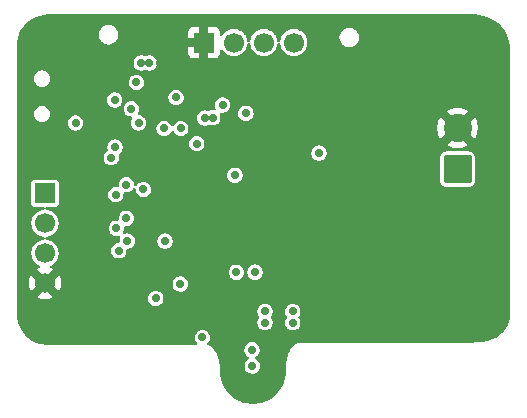
<source format=gbr>
%TF.GenerationSoftware,KiCad,Pcbnew,9.0.3+1*%
%TF.CreationDate,2025-09-03T21:21:13+02:00*%
%TF.ProjectId,Micro-VX,4d696372-6f2d-4565-982e-6b696361645f,rev?*%
%TF.SameCoordinates,Original*%
%TF.FileFunction,Copper,L2,Inr*%
%TF.FilePolarity,Positive*%
%FSLAX46Y46*%
G04 Gerber Fmt 4.6, Leading zero omitted, Abs format (unit mm)*
G04 Created by KiCad (PCBNEW 9.0.3+1) date 2025-09-03 21:21:13*
%MOMM*%
%LPD*%
G01*
G04 APERTURE LIST*
G04 Aperture macros list*
%AMRoundRect*
0 Rectangle with rounded corners*
0 $1 Rounding radius*
0 $2 $3 $4 $5 $6 $7 $8 $9 X,Y pos of 4 corners*
0 Add a 4 corners polygon primitive as box body*
4,1,4,$2,$3,$4,$5,$6,$7,$8,$9,$2,$3,0*
0 Add four circle primitives for the rounded corners*
1,1,$1+$1,$2,$3*
1,1,$1+$1,$4,$5*
1,1,$1+$1,$6,$7*
1,1,$1+$1,$8,$9*
0 Add four rect primitives between the rounded corners*
20,1,$1+$1,$2,$3,$4,$5,0*
20,1,$1+$1,$4,$5,$6,$7,0*
20,1,$1+$1,$6,$7,$8,$9,0*
20,1,$1+$1,$8,$9,$2,$3,0*%
G04 Aperture macros list end*
%TA.AperFunction,ComponentPad*%
%ADD10R,1.700000X1.700000*%
%TD*%
%TA.AperFunction,ComponentPad*%
%ADD11C,1.700000*%
%TD*%
%TA.AperFunction,ComponentPad*%
%ADD12RoundRect,0.250001X0.949999X-0.949999X0.949999X0.949999X-0.949999X0.949999X-0.949999X-0.949999X0*%
%TD*%
%TA.AperFunction,ComponentPad*%
%ADD13C,2.400000*%
%TD*%
%TA.AperFunction,ViaPad*%
%ADD14C,0.700000*%
%TD*%
G04 APERTURE END LIST*
D10*
%TO.N,GND*%
%TO.C,J3*%
X46193198Y-34534676D03*
D11*
%TO.N,+3.3V*%
X48733198Y-34534676D03*
%TO.N,I2C1_SCL*%
X51273198Y-34534676D03*
%TO.N,I2C1_SDA*%
X53813198Y-34534676D03*
%TD*%
D10*
%TO.N,+3.3V*%
%TO.C,J2*%
X32743198Y-47284676D03*
D11*
%TO.N,SWDIO*%
X32743198Y-49824676D03*
%TO.N,SWCLK*%
X32743198Y-52364676D03*
%TO.N,GND*%
X32743198Y-54904676D03*
%TD*%
D12*
%TO.N,VDC*%
%TO.C,J4*%
X67667500Y-45250000D03*
D13*
%TO.N,GND*%
X67667500Y-41750000D03*
%TD*%
D14*
%TO.N,Net-(MIC1-+)*%
X50275000Y-60550000D03*
X50289977Y-61925000D03*
%TO.N,GND*%
X48875000Y-61925000D03*
%TO.N,+3.3V*%
X46075000Y-59500000D03*
X46273198Y-40924676D03*
X43833198Y-39184676D03*
X50528198Y-53972176D03*
X41573198Y-36264676D03*
X47773198Y-39824676D03*
X48938198Y-53982176D03*
X35323198Y-41344676D03*
X42903198Y-51334676D03*
X40483198Y-37904676D03*
X49743198Y-40524676D03*
X40893198Y-36264676D03*
X55933198Y-43884676D03*
X46943198Y-40894676D03*
%TO.N,LED*%
X48813198Y-45764676D03*
X41073198Y-46964676D03*
%TO.N,I2C1_SCL*%
X42818198Y-41809676D03*
X44238198Y-41809676D03*
X45588198Y-43084676D03*
X40657654Y-41334677D03*
%TO.N,USB_D-*%
X51363198Y-57299676D03*
X39626355Y-49408271D03*
X39628197Y-46565059D03*
X39703198Y-51334676D03*
X53713198Y-57299676D03*
X38664508Y-43391671D03*
%TO.N,ACC_Pin*%
X42113198Y-56194676D03*
X38638198Y-39404676D03*
X40053198Y-40144676D03*
X44193198Y-54984676D03*
%TO.N,USB_D+*%
X51363198Y-58249676D03*
X38987676Y-52160194D03*
X38345379Y-44277899D03*
X38728198Y-47404676D03*
X53713198Y-58249676D03*
X38778199Y-50254676D03*
%TO.N,GND*%
X65393198Y-51844676D03*
X64320000Y-36170000D03*
X48873198Y-41614676D03*
X43803198Y-46884676D03*
X49753198Y-43794676D03*
X66103198Y-51024676D03*
X46743198Y-55584676D03*
X43163198Y-36234676D03*
X41343198Y-50734676D03*
X42473198Y-36224676D03*
X45793198Y-46874676D03*
X35333198Y-36854676D03*
X48943198Y-55584676D03*
X61223198Y-55544676D03*
X66103198Y-51854676D03*
X53573198Y-48714676D03*
X44780698Y-46884676D03*
X39523198Y-37854676D03*
X55993198Y-51534676D03*
X48283198Y-40844676D03*
X52543198Y-53134676D03*
X65393198Y-51004676D03*
X45743198Y-51934676D03*
%TD*%
%TA.AperFunction,Conductor*%
%TO.N,GND*%
G36*
X68946472Y-32135350D02*
G01*
X68960953Y-32136117D01*
X69117970Y-32144440D01*
X69127174Y-32145274D01*
X69455752Y-32187515D01*
X69466171Y-32189311D01*
X69818808Y-32265740D01*
X69829631Y-32268603D01*
X70171161Y-32375744D01*
X70182359Y-32379861D01*
X70499772Y-32514260D01*
X70511235Y-32519826D01*
X70799799Y-32678800D01*
X70811285Y-32685973D01*
X70811551Y-32686160D01*
X71069795Y-32867739D01*
X71080937Y-32876569D01*
X71309799Y-33080368D01*
X71320184Y-33090784D01*
X71366020Y-33142565D01*
X71520258Y-33316808D01*
X71529470Y-33328574D01*
X71698175Y-33573133D01*
X71701514Y-33577973D01*
X71709234Y-33590746D01*
X71853468Y-33865484D01*
X71859483Y-33878792D01*
X71975998Y-34183166D01*
X71979346Y-34193167D01*
X72025629Y-34353812D01*
X72027338Y-34360424D01*
X72066665Y-34531910D01*
X72067974Y-34538407D01*
X72099144Y-34717862D01*
X72100076Y-34724191D01*
X72122941Y-34913213D01*
X72123528Y-34919348D01*
X72137563Y-35117605D01*
X72137840Y-35123509D01*
X72142665Y-35333241D01*
X72142698Y-35336093D01*
X72142698Y-57530652D01*
X72142441Y-57538636D01*
X72135663Y-57643685D01*
X72134331Y-57655491D01*
X72095872Y-57893373D01*
X72092889Y-57906944D01*
X72019823Y-58168508D01*
X72015141Y-58182150D01*
X71909858Y-58439173D01*
X71903359Y-58452656D01*
X71768047Y-58694813D01*
X71759704Y-58707779D01*
X71595494Y-58931124D01*
X71585431Y-58943139D01*
X71392249Y-59146206D01*
X71380763Y-59156846D01*
X71157451Y-59338910D01*
X71144980Y-59347852D01*
X70889357Y-59508172D01*
X70876408Y-59515256D01*
X70584022Y-59653284D01*
X70574349Y-59657360D01*
X70416942Y-59715959D01*
X70410562Y-59718138D01*
X70240100Y-59771243D01*
X70233850Y-59773012D01*
X70053812Y-59818909D01*
X70047738Y-59820296D01*
X69855748Y-59859088D01*
X69849875Y-59860128D01*
X69646863Y-59891072D01*
X69641215Y-59891801D01*
X69425629Y-59914594D01*
X69420221Y-59915046D01*
X69192129Y-59929105D01*
X69186972Y-59929315D01*
X68944436Y-59934151D01*
X68941964Y-59934176D01*
X55143405Y-59934176D01*
X54343378Y-59934176D01*
X54343358Y-59934159D01*
X54343174Y-59934176D01*
X54332028Y-59934176D01*
X54325080Y-59935843D01*
X54305788Y-59937622D01*
X54297199Y-59937356D01*
X54290449Y-59939026D01*
X54290429Y-59939014D01*
X54290266Y-59939054D01*
X54290097Y-59939070D01*
X54290069Y-59939103D01*
X54275648Y-59942690D01*
X54275535Y-59942718D01*
X54275534Y-59942717D01*
X54158889Y-59971732D01*
X54150570Y-59972900D01*
X54146190Y-59974883D01*
X54146153Y-59974870D01*
X54146004Y-59974937D01*
X54145850Y-59974976D01*
X54145823Y-59975020D01*
X54134706Y-59980084D01*
X54133943Y-59980430D01*
X53995367Y-60043561D01*
X53987554Y-60046193D01*
X53983671Y-60048888D01*
X53983623Y-60048881D01*
X53983491Y-60048972D01*
X53983344Y-60049040D01*
X53983325Y-60049088D01*
X53973205Y-60056154D01*
X53972674Y-60056524D01*
X53833405Y-60153784D01*
X53825916Y-60157876D01*
X53822133Y-60161643D01*
X53822103Y-60161643D01*
X53821986Y-60161759D01*
X53821854Y-60161852D01*
X53821845Y-60161900D01*
X53812976Y-60170762D01*
X53812340Y-60171396D01*
X53812339Y-60171398D01*
X53678865Y-60304776D01*
X53671086Y-60310962D01*
X53664956Y-60318190D01*
X53660143Y-60326872D01*
X53537913Y-60497422D01*
X53531508Y-60506361D01*
X53527813Y-60511517D01*
X53527782Y-60511526D01*
X53527691Y-60511687D01*
X53523651Y-60517327D01*
X53523648Y-60517332D01*
X53521879Y-60519800D01*
X53519011Y-60527221D01*
X53472737Y-60610039D01*
X53463421Y-60626714D01*
X53463401Y-60626722D01*
X53463321Y-60626891D01*
X53461203Y-60630683D01*
X53461203Y-60630684D01*
X53456430Y-60639231D01*
X53454717Y-60645208D01*
X53410596Y-60739134D01*
X53410597Y-60739135D01*
X53410089Y-60740217D01*
X53402539Y-60756291D01*
X53402523Y-60756299D01*
X53402456Y-60756469D01*
X53402372Y-60756649D01*
X53402375Y-60756658D01*
X53400742Y-60760140D01*
X53396422Y-60769396D01*
X53395187Y-60775050D01*
X53354338Y-60879489D01*
X53353577Y-60881436D01*
X53347198Y-60897747D01*
X53347182Y-60897756D01*
X53347121Y-60897944D01*
X53347054Y-60898117D01*
X53347058Y-60898128D01*
X53345807Y-60901334D01*
X53341832Y-60911598D01*
X53341004Y-60916980D01*
X53302877Y-61035663D01*
X53302341Y-61037333D01*
X53296807Y-61054561D01*
X53296793Y-61054570D01*
X53296745Y-61054753D01*
X53296686Y-61054939D01*
X53296692Y-61054951D01*
X53295731Y-61057949D01*
X53292201Y-61069075D01*
X53291718Y-61074201D01*
X53257597Y-61206217D01*
X53257598Y-61206218D01*
X53257404Y-61206970D01*
X53252674Y-61225272D01*
X53252662Y-61225281D01*
X53252624Y-61225464D01*
X53252575Y-61225658D01*
X53252583Y-61225671D01*
X53252579Y-61225692D01*
X53251915Y-61228268D01*
X53248344Y-61242407D01*
X53248231Y-61247248D01*
X53219126Y-61391562D01*
X53219127Y-61391563D01*
X53218755Y-61393409D01*
X53214906Y-61412496D01*
X53214894Y-61412505D01*
X53214864Y-61412702D01*
X53214827Y-61412888D01*
X53214831Y-61412894D01*
X53214268Y-61415693D01*
X53211646Y-61428877D01*
X53211732Y-61433586D01*
X53187409Y-61595790D01*
X53187410Y-61595791D01*
X53186800Y-61599857D01*
X53184421Y-61615729D01*
X53184411Y-61615738D01*
X53184391Y-61615931D01*
X53184362Y-61616126D01*
X53184363Y-61616127D01*
X53183984Y-61618661D01*
X53181652Y-61634340D01*
X53182026Y-61638968D01*
X53163792Y-61816631D01*
X53163793Y-61816632D01*
X53161725Y-61836782D01*
X53161717Y-61836790D01*
X53161705Y-61836976D01*
X53161685Y-61837181D01*
X53161693Y-61837191D01*
X53161459Y-61839483D01*
X53159948Y-61854972D01*
X53160407Y-61858947D01*
X53148744Y-62056365D01*
X53148745Y-62056366D01*
X53148223Y-62065200D01*
X53147586Y-62075999D01*
X53147578Y-62076008D01*
X53147574Y-62076212D01*
X53147563Y-62076401D01*
X53147436Y-62078558D01*
X53147436Y-62078578D01*
X53146523Y-62094257D01*
X53147157Y-62098291D01*
X53143650Y-62284178D01*
X53143648Y-62284292D01*
X53142674Y-62333524D01*
X53142621Y-62333689D01*
X53142488Y-62338281D01*
X53125876Y-62623489D01*
X53125182Y-62631225D01*
X53117615Y-62693546D01*
X53116635Y-62700133D01*
X53072987Y-62947671D01*
X53071267Y-62955815D01*
X53056649Y-63015119D01*
X53055044Y-63021006D01*
X52982356Y-63263800D01*
X52979507Y-63272207D01*
X52958908Y-63326522D01*
X52956825Y-63331664D01*
X52855158Y-63567357D01*
X52851096Y-63575870D01*
X52826143Y-63623414D01*
X52823733Y-63627788D01*
X52693050Y-63854139D01*
X52687712Y-63862580D01*
X52660838Y-63901513D01*
X52658252Y-63905120D01*
X52498238Y-64120055D01*
X52491590Y-64128234D01*
X52466118Y-64156986D01*
X52463497Y-64159853D01*
X52273367Y-64361378D01*
X52265403Y-64369097D01*
X52246152Y-64386153D01*
X52243628Y-64388330D01*
X52021536Y-64574687D01*
X52012276Y-64581743D01*
X52006360Y-64585827D01*
X52004053Y-64587381D01*
X51748982Y-64755145D01*
X51736503Y-64762350D01*
X51513790Y-64874201D01*
X51458482Y-64901978D01*
X51445242Y-64907689D01*
X51152891Y-65014097D01*
X51139076Y-65018233D01*
X50836354Y-65089979D01*
X50822154Y-65092483D01*
X50513143Y-65128602D01*
X50498747Y-65129440D01*
X50187649Y-65129440D01*
X50173253Y-65128602D01*
X49864241Y-65092483D01*
X49850041Y-65089979D01*
X49547319Y-65018233D01*
X49533504Y-65014097D01*
X49241153Y-64907689D01*
X49227917Y-64901980D01*
X48949885Y-64762346D01*
X48937413Y-64755145D01*
X48682341Y-64587381D01*
X48680034Y-64585827D01*
X48674118Y-64581743D01*
X48664869Y-64574695D01*
X48442730Y-64388299D01*
X48440267Y-64386174D01*
X48429363Y-64376515D01*
X48420991Y-64369097D01*
X48413027Y-64361378D01*
X48222897Y-64159853D01*
X48220276Y-64156986D01*
X48194804Y-64128234D01*
X48188156Y-64120055D01*
X48028113Y-63905080D01*
X48025578Y-63901544D01*
X47998668Y-63862559D01*
X47993361Y-63854167D01*
X47862655Y-63627778D01*
X47860268Y-63623445D01*
X47835288Y-63575850D01*
X47831236Y-63567357D01*
X47729569Y-63331664D01*
X47727496Y-63326547D01*
X47706882Y-63272192D01*
X47704038Y-63263800D01*
X47631350Y-63021006D01*
X47629745Y-63015119D01*
X47615127Y-62955815D01*
X47613414Y-62947706D01*
X47569751Y-62700083D01*
X47568786Y-62693596D01*
X47561208Y-62631185D01*
X47560521Y-62623526D01*
X47543908Y-62338280D01*
X47543727Y-62333743D01*
X47542664Y-62284423D01*
X47542671Y-62284393D01*
X47542661Y-62284307D01*
X47539317Y-62121808D01*
X47540109Y-62117179D01*
X47539016Y-62100697D01*
X47539002Y-62100488D01*
X47538820Y-62097683D01*
X47538818Y-62097544D01*
X47538811Y-62097537D01*
X47537931Y-62083939D01*
X47537448Y-62076432D01*
X47537449Y-62076428D01*
X47537447Y-62076419D01*
X47526206Y-61901987D01*
X47526839Y-61896826D01*
X47525100Y-61881966D01*
X47525038Y-61881426D01*
X47522342Y-61857486D01*
X47522347Y-61857455D01*
X47522333Y-61857409D01*
X47504470Y-61697855D01*
X47504799Y-61692751D01*
X47502533Y-61679010D01*
X47502511Y-61678879D01*
X47501989Y-61675695D01*
X47501975Y-61675565D01*
X47501966Y-61675558D01*
X47499482Y-61660393D01*
X47498620Y-61655124D01*
X47498621Y-61655117D01*
X47498617Y-61655106D01*
X47475133Y-61511563D01*
X47475218Y-61505973D01*
X47472348Y-61493157D01*
X47472262Y-61492773D01*
X47467172Y-61469704D01*
X47467173Y-61469678D01*
X47467158Y-61469639D01*
X47456172Y-61419723D01*
X47438627Y-61340003D01*
X47438422Y-61334125D01*
X47434799Y-61321445D01*
X47434702Y-61321106D01*
X47433650Y-61317386D01*
X47433646Y-61317365D01*
X47433644Y-61317363D01*
X47427747Y-61296501D01*
X47427747Y-61296476D01*
X47427730Y-61296441D01*
X47411320Y-61238274D01*
X47395492Y-61182170D01*
X47394886Y-61176126D01*
X47390907Y-61164896D01*
X47390801Y-61164594D01*
X47389446Y-61160738D01*
X47389434Y-61160695D01*
X47389430Y-61160692D01*
X47382844Y-61141951D01*
X47382842Y-61141928D01*
X47382825Y-61141895D01*
X47346297Y-61037781D01*
X47345271Y-61031448D01*
X47340711Y-61020886D01*
X47340563Y-61020540D01*
X47331060Y-60998347D01*
X47331056Y-60998319D01*
X47331027Y-60998272D01*
X47290648Y-60903797D01*
X47288659Y-60896210D01*
X47286464Y-60892277D01*
X47286464Y-60892276D01*
X47283398Y-60886797D01*
X47283401Y-60886790D01*
X47283310Y-60886627D01*
X47283241Y-60886466D01*
X47283213Y-60886454D01*
X47164636Y-60674650D01*
X47161302Y-60666476D01*
X47157001Y-60661012D01*
X47156934Y-60660892D01*
X47156897Y-60660881D01*
X47149308Y-60651239D01*
X47148147Y-60649763D01*
X47148143Y-60649754D01*
X47148125Y-60649736D01*
X47120069Y-60614071D01*
X49624499Y-60614071D01*
X49649497Y-60739738D01*
X49649499Y-60739744D01*
X49698533Y-60858124D01*
X49698538Y-60858133D01*
X49769723Y-60964668D01*
X49769726Y-60964672D01*
X49860327Y-61055273D01*
X49860331Y-61055276D01*
X49966866Y-61126461D01*
X49966870Y-61126463D01*
X49966873Y-61126465D01*
X49967158Y-61126583D01*
X49967283Y-61126684D01*
X49972243Y-61129335D01*
X49971740Y-61130275D01*
X50021563Y-61170421D01*
X50043631Y-61236715D01*
X50026355Y-61304415D01*
X49985691Y-61343318D01*
X49986915Y-61345150D01*
X49875308Y-61419723D01*
X49875304Y-61419726D01*
X49784703Y-61510327D01*
X49784700Y-61510331D01*
X49713515Y-61616866D01*
X49713510Y-61616875D01*
X49664476Y-61735255D01*
X49664474Y-61735261D01*
X49639477Y-61860928D01*
X49639477Y-61860931D01*
X49639477Y-61989069D01*
X49639477Y-61989071D01*
X49639476Y-61989071D01*
X49664474Y-62114738D01*
X49664476Y-62114744D01*
X49713510Y-62233124D01*
X49713515Y-62233133D01*
X49784700Y-62339668D01*
X49784703Y-62339672D01*
X49875304Y-62430273D01*
X49875308Y-62430276D01*
X49981843Y-62501461D01*
X49981849Y-62501464D01*
X49981850Y-62501465D01*
X50100233Y-62550501D01*
X50100237Y-62550501D01*
X50100238Y-62550502D01*
X50225905Y-62575500D01*
X50225908Y-62575500D01*
X50354048Y-62575500D01*
X50438592Y-62558682D01*
X50479721Y-62550501D01*
X50598104Y-62501465D01*
X50704646Y-62430276D01*
X50795253Y-62339669D01*
X50866442Y-62233127D01*
X50915478Y-62114744D01*
X50923659Y-62073615D01*
X50940477Y-61989071D01*
X50940477Y-61860928D01*
X50915479Y-61735261D01*
X50915478Y-61735260D01*
X50915478Y-61735256D01*
X50866442Y-61616873D01*
X50866441Y-61616872D01*
X50866438Y-61616866D01*
X50795253Y-61510331D01*
X50795250Y-61510327D01*
X50704649Y-61419726D01*
X50704645Y-61419723D01*
X50598110Y-61348538D01*
X50598096Y-61348530D01*
X50597809Y-61348412D01*
X50597681Y-61348309D01*
X50592734Y-61345665D01*
X50593235Y-61344726D01*
X50543407Y-61304569D01*
X50521345Y-61238274D01*
X50538627Y-61170575D01*
X50579295Y-61131696D01*
X50578062Y-61129850D01*
X50634329Y-61092252D01*
X50689669Y-61055276D01*
X50780276Y-60964669D01*
X50851465Y-60858127D01*
X50900501Y-60739744D01*
X50922195Y-60630683D01*
X50925500Y-60614071D01*
X50925500Y-60485928D01*
X50900502Y-60360261D01*
X50900501Y-60360260D01*
X50900501Y-60360256D01*
X50851465Y-60241873D01*
X50851464Y-60241872D01*
X50851461Y-60241866D01*
X50780276Y-60135331D01*
X50780273Y-60135327D01*
X50689672Y-60044726D01*
X50689668Y-60044723D01*
X50583133Y-59973538D01*
X50583124Y-59973533D01*
X50464744Y-59924499D01*
X50464738Y-59924497D01*
X50339071Y-59899500D01*
X50339069Y-59899500D01*
X50210931Y-59899500D01*
X50210929Y-59899500D01*
X50085261Y-59924497D01*
X50085255Y-59924499D01*
X49966875Y-59973533D01*
X49966866Y-59973538D01*
X49860331Y-60044723D01*
X49860327Y-60044726D01*
X49769726Y-60135327D01*
X49769723Y-60135331D01*
X49698538Y-60241866D01*
X49698533Y-60241875D01*
X49649499Y-60360255D01*
X49649497Y-60360261D01*
X49624500Y-60485928D01*
X49624500Y-60485931D01*
X49624500Y-60614069D01*
X49624500Y-60614071D01*
X49624499Y-60614071D01*
X47120069Y-60614071D01*
X47074787Y-60556509D01*
X47074786Y-60556508D01*
X47022908Y-60490562D01*
X47017207Y-60481326D01*
X47012439Y-60476212D01*
X47003620Y-60469841D01*
X46867681Y-60346758D01*
X46867621Y-60346703D01*
X46857621Y-60337637D01*
X46857614Y-60337605D01*
X46857522Y-60337547D01*
X46853747Y-60334125D01*
X46846106Y-60330394D01*
X46703481Y-60241041D01*
X46702814Y-60240624D01*
X46691713Y-60233670D01*
X46691694Y-60233625D01*
X46691546Y-60233565D01*
X46691406Y-60233478D01*
X46691376Y-60233484D01*
X46687233Y-60230898D01*
X46679190Y-60228616D01*
X46558878Y-60180429D01*
X46503968Y-60137233D01*
X46481126Y-60071202D01*
X46497608Y-60003305D01*
X46517301Y-59977643D01*
X46580276Y-59914669D01*
X46651465Y-59808127D01*
X46700501Y-59689744D01*
X46725500Y-59564069D01*
X46725500Y-59435931D01*
X46725500Y-59435928D01*
X46700502Y-59310261D01*
X46700501Y-59310260D01*
X46700501Y-59310256D01*
X46651465Y-59191873D01*
X46651464Y-59191872D01*
X46651461Y-59191866D01*
X46580276Y-59085331D01*
X46580273Y-59085327D01*
X46489672Y-58994726D01*
X46489668Y-58994723D01*
X46383133Y-58923538D01*
X46383124Y-58923533D01*
X46264744Y-58874499D01*
X46264738Y-58874497D01*
X46139071Y-58849500D01*
X46139069Y-58849500D01*
X46010931Y-58849500D01*
X46010929Y-58849500D01*
X45885261Y-58874497D01*
X45885255Y-58874499D01*
X45766875Y-58923533D01*
X45766866Y-58923538D01*
X45660331Y-58994723D01*
X45660327Y-58994726D01*
X45569726Y-59085327D01*
X45569723Y-59085331D01*
X45498538Y-59191866D01*
X45498533Y-59191875D01*
X45449499Y-59310255D01*
X45449497Y-59310261D01*
X45424500Y-59435928D01*
X45424500Y-59435931D01*
X45424500Y-59564069D01*
X45424500Y-59564071D01*
X45424499Y-59564071D01*
X45449497Y-59689738D01*
X45449499Y-59689744D01*
X45498533Y-59808124D01*
X45498538Y-59808133D01*
X45569723Y-59914668D01*
X45569726Y-59914672D01*
X45577549Y-59922495D01*
X45611034Y-59983818D01*
X45606050Y-60053510D01*
X45564178Y-60109443D01*
X45498714Y-60133860D01*
X45489868Y-60134176D01*
X33144759Y-60134176D01*
X33141709Y-60134138D01*
X32946406Y-60129333D01*
X32940077Y-60129016D01*
X32756337Y-60115078D01*
X32749747Y-60114400D01*
X32575328Y-60091749D01*
X32568524Y-60090673D01*
X32403582Y-60059857D01*
X32396599Y-60058343D01*
X32239492Y-60019507D01*
X32232395Y-60017527D01*
X32086170Y-59972012D01*
X32075473Y-59968136D01*
X31799068Y-59853370D01*
X31784961Y-59846433D01*
X31657047Y-59773125D01*
X31537497Y-59704610D01*
X31524185Y-59695796D01*
X31301212Y-59526510D01*
X31289200Y-59516112D01*
X31114845Y-59344455D01*
X31088847Y-59318859D01*
X31078526Y-59307344D01*
X30899971Y-59081209D01*
X30891516Y-59069078D01*
X30735023Y-58813285D01*
X30728430Y-58801007D01*
X30595441Y-58516007D01*
X30590563Y-58503938D01*
X30570806Y-58446552D01*
X30483571Y-58193164D01*
X30480195Y-58181541D01*
X30402614Y-57855614D01*
X30400492Y-57844444D01*
X30400367Y-57843567D01*
X30356032Y-57533327D01*
X30355013Y-57523274D01*
X30345443Y-57363747D01*
X50712697Y-57363747D01*
X50737695Y-57489414D01*
X50737697Y-57489420D01*
X50786731Y-57607800D01*
X50786736Y-57607809D01*
X50852202Y-57705785D01*
X50873080Y-57772463D01*
X50854595Y-57839843D01*
X50852202Y-57843567D01*
X50786736Y-57941542D01*
X50786731Y-57941551D01*
X50737697Y-58059931D01*
X50737695Y-58059937D01*
X50712698Y-58185604D01*
X50712698Y-58185607D01*
X50712698Y-58313745D01*
X50712698Y-58313747D01*
X50712697Y-58313747D01*
X50737695Y-58439414D01*
X50737697Y-58439420D01*
X50786731Y-58557800D01*
X50786736Y-58557809D01*
X50857921Y-58664344D01*
X50857924Y-58664348D01*
X50948525Y-58754949D01*
X50948529Y-58754952D01*
X51055064Y-58826137D01*
X51055070Y-58826140D01*
X51055071Y-58826141D01*
X51173454Y-58875177D01*
X51173458Y-58875177D01*
X51173459Y-58875178D01*
X51299126Y-58900176D01*
X51299129Y-58900176D01*
X51427269Y-58900176D01*
X51511813Y-58883358D01*
X51552942Y-58875177D01*
X51671325Y-58826141D01*
X51777867Y-58754952D01*
X51868474Y-58664345D01*
X51939663Y-58557803D01*
X51988699Y-58439420D01*
X52013698Y-58313745D01*
X52013698Y-58185607D01*
X52013698Y-58185604D01*
X51988700Y-58059937D01*
X51988699Y-58059936D01*
X51988699Y-58059932D01*
X51939663Y-57941549D01*
X51874191Y-57843564D01*
X51853315Y-57776890D01*
X51871799Y-57709510D01*
X51874161Y-57705833D01*
X51939663Y-57607803D01*
X51988699Y-57489420D01*
X52013698Y-57363747D01*
X53062697Y-57363747D01*
X53087695Y-57489414D01*
X53087697Y-57489420D01*
X53136731Y-57607800D01*
X53136736Y-57607809D01*
X53202202Y-57705785D01*
X53223080Y-57772463D01*
X53204595Y-57839843D01*
X53202202Y-57843567D01*
X53136736Y-57941542D01*
X53136731Y-57941551D01*
X53087697Y-58059931D01*
X53087695Y-58059937D01*
X53062698Y-58185604D01*
X53062698Y-58185607D01*
X53062698Y-58313745D01*
X53062698Y-58313747D01*
X53062697Y-58313747D01*
X53087695Y-58439414D01*
X53087697Y-58439420D01*
X53136731Y-58557800D01*
X53136736Y-58557809D01*
X53207921Y-58664344D01*
X53207924Y-58664348D01*
X53298525Y-58754949D01*
X53298529Y-58754952D01*
X53405064Y-58826137D01*
X53405070Y-58826140D01*
X53405071Y-58826141D01*
X53523454Y-58875177D01*
X53523458Y-58875177D01*
X53523459Y-58875178D01*
X53649126Y-58900176D01*
X53649129Y-58900176D01*
X53777269Y-58900176D01*
X53861813Y-58883358D01*
X53902942Y-58875177D01*
X54021325Y-58826141D01*
X54127867Y-58754952D01*
X54218474Y-58664345D01*
X54289663Y-58557803D01*
X54338699Y-58439420D01*
X54363698Y-58313745D01*
X54363698Y-58185607D01*
X54363698Y-58185604D01*
X54338700Y-58059937D01*
X54338699Y-58059936D01*
X54338699Y-58059932D01*
X54289663Y-57941549D01*
X54224191Y-57843564D01*
X54203315Y-57776890D01*
X54221799Y-57709510D01*
X54224161Y-57705833D01*
X54289663Y-57607803D01*
X54338699Y-57489420D01*
X54363698Y-57363745D01*
X54363698Y-57235607D01*
X54363698Y-57235604D01*
X54338700Y-57109937D01*
X54338699Y-57109936D01*
X54338699Y-57109932D01*
X54289663Y-56991549D01*
X54289662Y-56991548D01*
X54289659Y-56991542D01*
X54218474Y-56885007D01*
X54218471Y-56885003D01*
X54127870Y-56794402D01*
X54127866Y-56794399D01*
X54021331Y-56723214D01*
X54021322Y-56723209D01*
X53902942Y-56674175D01*
X53902936Y-56674173D01*
X53777269Y-56649176D01*
X53777267Y-56649176D01*
X53649129Y-56649176D01*
X53649127Y-56649176D01*
X53523459Y-56674173D01*
X53523453Y-56674175D01*
X53405073Y-56723209D01*
X53405064Y-56723214D01*
X53298529Y-56794399D01*
X53298525Y-56794402D01*
X53207924Y-56885003D01*
X53207921Y-56885007D01*
X53136736Y-56991542D01*
X53136731Y-56991551D01*
X53087697Y-57109931D01*
X53087695Y-57109937D01*
X53062698Y-57235604D01*
X53062698Y-57235607D01*
X53062698Y-57363745D01*
X53062698Y-57363747D01*
X53062697Y-57363747D01*
X52013698Y-57363747D01*
X52013698Y-57363745D01*
X52013698Y-57235607D01*
X52013698Y-57235604D01*
X51988700Y-57109937D01*
X51988699Y-57109936D01*
X51988699Y-57109932D01*
X51939663Y-56991549D01*
X51939662Y-56991548D01*
X51939659Y-56991542D01*
X51868474Y-56885007D01*
X51868471Y-56885003D01*
X51777870Y-56794402D01*
X51777866Y-56794399D01*
X51671331Y-56723214D01*
X51671322Y-56723209D01*
X51552942Y-56674175D01*
X51552936Y-56674173D01*
X51427269Y-56649176D01*
X51427267Y-56649176D01*
X51299129Y-56649176D01*
X51299127Y-56649176D01*
X51173459Y-56674173D01*
X51173453Y-56674175D01*
X51055073Y-56723209D01*
X51055064Y-56723214D01*
X50948529Y-56794399D01*
X50948525Y-56794402D01*
X50857924Y-56885003D01*
X50857921Y-56885007D01*
X50786736Y-56991542D01*
X50786731Y-56991551D01*
X50737697Y-57109931D01*
X50737695Y-57109937D01*
X50712698Y-57235604D01*
X50712698Y-57235607D01*
X50712698Y-57363745D01*
X50712698Y-57363747D01*
X50712697Y-57363747D01*
X30345443Y-57363747D01*
X30343919Y-57338340D01*
X30343698Y-57330946D01*
X30343698Y-56258747D01*
X41462697Y-56258747D01*
X41487695Y-56384414D01*
X41487697Y-56384420D01*
X41536731Y-56502800D01*
X41536736Y-56502809D01*
X41607921Y-56609344D01*
X41607924Y-56609348D01*
X41698525Y-56699949D01*
X41698529Y-56699952D01*
X41805064Y-56771137D01*
X41805070Y-56771140D01*
X41805071Y-56771141D01*
X41923454Y-56820177D01*
X41923458Y-56820177D01*
X41923459Y-56820178D01*
X42049126Y-56845176D01*
X42049129Y-56845176D01*
X42177269Y-56845176D01*
X42261813Y-56828358D01*
X42302942Y-56820177D01*
X42421325Y-56771141D01*
X42527867Y-56699952D01*
X42618474Y-56609345D01*
X42689663Y-56502803D01*
X42738699Y-56384420D01*
X42763698Y-56258745D01*
X42763698Y-56130607D01*
X42763698Y-56130604D01*
X42738700Y-56004937D01*
X42738699Y-56004936D01*
X42738699Y-56004932D01*
X42689663Y-55886549D01*
X42689662Y-55886548D01*
X42689659Y-55886542D01*
X42618474Y-55780007D01*
X42618471Y-55780003D01*
X42527870Y-55689402D01*
X42527866Y-55689399D01*
X42421331Y-55618214D01*
X42421322Y-55618209D01*
X42302942Y-55569175D01*
X42302936Y-55569173D01*
X42177269Y-55544176D01*
X42177267Y-55544176D01*
X42049129Y-55544176D01*
X42049127Y-55544176D01*
X41923459Y-55569173D01*
X41923453Y-55569175D01*
X41805073Y-55618209D01*
X41805064Y-55618214D01*
X41698529Y-55689399D01*
X41698525Y-55689402D01*
X41607924Y-55780003D01*
X41607921Y-55780007D01*
X41536736Y-55886542D01*
X41536731Y-55886551D01*
X41487697Y-56004931D01*
X41487695Y-56004937D01*
X41462698Y-56130604D01*
X41462698Y-56130607D01*
X41462698Y-56258745D01*
X41462698Y-56258747D01*
X41462697Y-56258747D01*
X30343698Y-56258747D01*
X30343698Y-56087402D01*
X32090800Y-56087402D01*
X32224977Y-56155770D01*
X32224980Y-56155771D01*
X32427069Y-56221433D01*
X32636952Y-56254676D01*
X32849444Y-56254676D01*
X33059325Y-56221433D01*
X33059328Y-56221433D01*
X33261415Y-56155771D01*
X33395595Y-56087402D01*
X32743199Y-55435006D01*
X32743198Y-55435006D01*
X32090800Y-56087402D01*
X30343698Y-56087402D01*
X30343698Y-54798429D01*
X31393198Y-54798429D01*
X31393198Y-55010922D01*
X31426440Y-55220803D01*
X31426440Y-55220806D01*
X31492102Y-55422893D01*
X31492104Y-55422896D01*
X31560470Y-55557073D01*
X32212868Y-54904676D01*
X32147042Y-54838850D01*
X32243198Y-54838850D01*
X32243198Y-54970502D01*
X32277273Y-55097669D01*
X32343099Y-55211683D01*
X32436191Y-55304775D01*
X32550205Y-55370601D01*
X32677372Y-55404676D01*
X32809024Y-55404676D01*
X32936191Y-55370601D01*
X33050205Y-55304775D01*
X33143297Y-55211683D01*
X33209123Y-55097669D01*
X33243198Y-54970502D01*
X33243198Y-54904675D01*
X33273528Y-54904675D01*
X33273528Y-54904676D01*
X33925924Y-55557072D01*
X33994293Y-55422893D01*
X34059955Y-55220806D01*
X34059955Y-55220803D01*
X34087207Y-55048747D01*
X43542697Y-55048747D01*
X43567695Y-55174414D01*
X43567697Y-55174420D01*
X43616731Y-55292800D01*
X43616736Y-55292809D01*
X43687921Y-55399344D01*
X43687924Y-55399348D01*
X43778525Y-55489949D01*
X43778529Y-55489952D01*
X43885064Y-55561137D01*
X43885070Y-55561140D01*
X43885071Y-55561141D01*
X44003454Y-55610177D01*
X44003458Y-55610177D01*
X44003459Y-55610178D01*
X44129126Y-55635176D01*
X44129129Y-55635176D01*
X44257269Y-55635176D01*
X44342564Y-55618209D01*
X44382942Y-55610177D01*
X44501325Y-55561141D01*
X44607867Y-55489952D01*
X44698474Y-55399345D01*
X44769663Y-55292803D01*
X44818699Y-55174420D01*
X44843698Y-55048745D01*
X44843698Y-54920607D01*
X44843698Y-54920604D01*
X44818700Y-54794937D01*
X44818699Y-54794936D01*
X44818699Y-54794932D01*
X44769663Y-54676549D01*
X44769662Y-54676548D01*
X44769659Y-54676542D01*
X44698474Y-54570007D01*
X44698471Y-54570003D01*
X44607870Y-54479402D01*
X44607866Y-54479399D01*
X44501331Y-54408214D01*
X44501322Y-54408209D01*
X44382942Y-54359175D01*
X44382936Y-54359173D01*
X44257269Y-54334176D01*
X44257267Y-54334176D01*
X44129129Y-54334176D01*
X44129127Y-54334176D01*
X44003459Y-54359173D01*
X44003453Y-54359175D01*
X43885073Y-54408209D01*
X43885064Y-54408214D01*
X43778529Y-54479399D01*
X43778525Y-54479402D01*
X43687924Y-54570003D01*
X43687921Y-54570007D01*
X43616736Y-54676542D01*
X43616731Y-54676551D01*
X43567697Y-54794931D01*
X43567695Y-54794937D01*
X43542698Y-54920604D01*
X43542698Y-54920607D01*
X43542698Y-55048745D01*
X43542698Y-55048747D01*
X43542697Y-55048747D01*
X34087207Y-55048747D01*
X34093198Y-55010922D01*
X34093198Y-54798429D01*
X34059955Y-54588548D01*
X34059955Y-54588545D01*
X33994293Y-54386458D01*
X33994292Y-54386455D01*
X33925924Y-54252278D01*
X33273528Y-54904675D01*
X33243198Y-54904675D01*
X33243198Y-54838850D01*
X33209123Y-54711683D01*
X33143297Y-54597669D01*
X33050205Y-54504577D01*
X32936191Y-54438751D01*
X32809024Y-54404676D01*
X32677372Y-54404676D01*
X32550205Y-54438751D01*
X32436191Y-54504577D01*
X32343099Y-54597669D01*
X32277273Y-54711683D01*
X32243198Y-54838850D01*
X32147042Y-54838850D01*
X31560469Y-54252277D01*
X31492103Y-54386456D01*
X31492103Y-54386457D01*
X31426440Y-54588545D01*
X31426440Y-54588548D01*
X31393198Y-54798429D01*
X30343698Y-54798429D01*
X30343698Y-46389807D01*
X31592698Y-46389807D01*
X31592698Y-48179532D01*
X31592700Y-48179558D01*
X31595611Y-48204663D01*
X31595613Y-48204667D01*
X31640991Y-48307440D01*
X31640992Y-48307441D01*
X31720433Y-48386882D01*
X31823207Y-48432261D01*
X31848333Y-48435176D01*
X32586071Y-48435175D01*
X32653108Y-48454859D01*
X32698863Y-48507663D01*
X32708807Y-48576822D01*
X32679782Y-48640378D01*
X32621004Y-48678152D01*
X32605468Y-48681648D01*
X32473787Y-48702505D01*
X32301561Y-48758463D01*
X32301558Y-48758464D01*
X32140200Y-48840682D01*
X31993703Y-48947117D01*
X31993698Y-48947121D01*
X31865643Y-49075176D01*
X31865639Y-49075181D01*
X31759204Y-49221678D01*
X31676986Y-49383036D01*
X31676985Y-49383039D01*
X31621027Y-49555265D01*
X31592698Y-49734124D01*
X31592698Y-49915227D01*
X31621027Y-50094086D01*
X31676985Y-50266312D01*
X31676986Y-50266315D01*
X31759204Y-50427673D01*
X31865639Y-50574170D01*
X31865643Y-50574175D01*
X31993698Y-50702230D01*
X31993703Y-50702234D01*
X32070747Y-50758209D01*
X32140204Y-50808672D01*
X32245682Y-50862416D01*
X32301558Y-50890887D01*
X32301561Y-50890888D01*
X32387674Y-50918867D01*
X32473789Y-50946847D01*
X32546837Y-50958416D01*
X32633876Y-50972203D01*
X32697011Y-51002132D01*
X32733942Y-51061444D01*
X32732944Y-51131307D01*
X32694334Y-51189539D01*
X32633876Y-51217149D01*
X32473787Y-51242505D01*
X32301561Y-51298463D01*
X32301558Y-51298464D01*
X32140200Y-51380682D01*
X31993703Y-51487117D01*
X31993698Y-51487121D01*
X31865643Y-51615176D01*
X31865639Y-51615181D01*
X31759204Y-51761678D01*
X31676986Y-51923036D01*
X31676985Y-51923039D01*
X31621027Y-52095265D01*
X31592698Y-52274124D01*
X31592698Y-52455227D01*
X31621027Y-52634086D01*
X31676985Y-52806312D01*
X31676986Y-52806315D01*
X31759204Y-52967673D01*
X31865639Y-53114170D01*
X31865643Y-53114175D01*
X31993698Y-53242230D01*
X31993703Y-53242234D01*
X32103047Y-53321676D01*
X32140204Y-53348672D01*
X32232529Y-53395714D01*
X32271883Y-53415766D01*
X32322679Y-53463741D01*
X32339474Y-53531562D01*
X32316936Y-53597697D01*
X32262221Y-53641148D01*
X32253907Y-53644182D01*
X32224977Y-53653582D01*
X32090799Y-53721947D01*
X32743198Y-54374346D01*
X32743199Y-54374346D01*
X33071297Y-54046247D01*
X48287697Y-54046247D01*
X48312695Y-54171914D01*
X48312697Y-54171920D01*
X48361731Y-54290300D01*
X48361736Y-54290309D01*
X48432921Y-54396844D01*
X48432924Y-54396848D01*
X48523525Y-54487449D01*
X48523529Y-54487452D01*
X48630064Y-54558637D01*
X48630070Y-54558640D01*
X48630071Y-54558641D01*
X48748454Y-54607677D01*
X48748458Y-54607677D01*
X48748459Y-54607678D01*
X48874126Y-54632676D01*
X48874129Y-54632676D01*
X49002269Y-54632676D01*
X49086813Y-54615858D01*
X49127942Y-54607677D01*
X49246325Y-54558641D01*
X49352867Y-54487452D01*
X49443474Y-54396845D01*
X49514663Y-54290303D01*
X49563699Y-54171920D01*
X49588698Y-54046245D01*
X49588698Y-54036247D01*
X49877697Y-54036247D01*
X49902695Y-54161914D01*
X49902697Y-54161920D01*
X49951731Y-54280300D01*
X49951736Y-54280309D01*
X50022921Y-54386844D01*
X50022924Y-54386848D01*
X50113525Y-54477449D01*
X50113529Y-54477452D01*
X50220064Y-54548637D01*
X50220070Y-54548640D01*
X50220071Y-54548641D01*
X50338454Y-54597677D01*
X50338458Y-54597677D01*
X50338459Y-54597678D01*
X50464126Y-54622676D01*
X50464129Y-54622676D01*
X50592269Y-54622676D01*
X50676813Y-54605858D01*
X50717942Y-54597677D01*
X50836325Y-54548641D01*
X50942867Y-54477452D01*
X51033474Y-54386845D01*
X51104663Y-54280303D01*
X51153699Y-54161920D01*
X51161880Y-54120791D01*
X51178698Y-54036247D01*
X51178698Y-53908104D01*
X51153700Y-53782437D01*
X51153699Y-53782436D01*
X51153699Y-53782432D01*
X51104663Y-53664049D01*
X51104662Y-53664048D01*
X51104659Y-53664042D01*
X51033474Y-53557507D01*
X51033471Y-53557503D01*
X50942870Y-53466902D01*
X50942866Y-53466899D01*
X50836331Y-53395714D01*
X50836322Y-53395709D01*
X50717942Y-53346675D01*
X50717936Y-53346673D01*
X50592269Y-53321676D01*
X50592267Y-53321676D01*
X50464129Y-53321676D01*
X50464127Y-53321676D01*
X50338459Y-53346673D01*
X50338453Y-53346675D01*
X50220073Y-53395709D01*
X50220064Y-53395714D01*
X50113529Y-53466899D01*
X50113525Y-53466902D01*
X50022924Y-53557503D01*
X50022921Y-53557507D01*
X49951736Y-53664042D01*
X49951731Y-53664051D01*
X49902697Y-53782431D01*
X49902695Y-53782437D01*
X49877698Y-53908104D01*
X49877698Y-53908107D01*
X49877698Y-54036245D01*
X49877698Y-54036247D01*
X49877697Y-54036247D01*
X49588698Y-54036247D01*
X49588698Y-53918107D01*
X49586708Y-53908104D01*
X49563700Y-53792437D01*
X49563699Y-53792436D01*
X49563699Y-53792432D01*
X49514663Y-53674049D01*
X49514662Y-53674048D01*
X49514659Y-53674042D01*
X49443474Y-53567507D01*
X49443471Y-53567503D01*
X49352870Y-53476902D01*
X49352866Y-53476899D01*
X49246331Y-53405714D01*
X49246322Y-53405709D01*
X49127942Y-53356675D01*
X49127936Y-53356673D01*
X49002269Y-53331676D01*
X49002267Y-53331676D01*
X48874129Y-53331676D01*
X48874127Y-53331676D01*
X48748459Y-53356673D01*
X48748453Y-53356675D01*
X48630073Y-53405709D01*
X48630064Y-53405714D01*
X48523529Y-53476899D01*
X48523525Y-53476902D01*
X48432924Y-53567503D01*
X48432921Y-53567507D01*
X48361736Y-53674042D01*
X48361731Y-53674051D01*
X48312697Y-53792431D01*
X48312695Y-53792437D01*
X48287698Y-53918104D01*
X48287698Y-53918107D01*
X48287698Y-54046245D01*
X48287698Y-54046247D01*
X48287697Y-54046247D01*
X33071297Y-54046247D01*
X33293209Y-53824334D01*
X33395595Y-53721947D01*
X33261418Y-53653582D01*
X33261415Y-53653580D01*
X33232489Y-53644182D01*
X33174813Y-53604744D01*
X33147615Y-53540386D01*
X33159530Y-53471539D01*
X33206774Y-53420064D01*
X33214495Y-53415774D01*
X33346192Y-53348672D01*
X33492699Y-53242229D01*
X33620751Y-53114177D01*
X33727194Y-52967670D01*
X33809409Y-52806315D01*
X33865369Y-52634085D01*
X33879963Y-52541935D01*
X33893698Y-52455227D01*
X33893698Y-52274124D01*
X33877217Y-52170073D01*
X33865369Y-52095267D01*
X33821477Y-51960178D01*
X33809410Y-51923039D01*
X33809409Y-51923036D01*
X33767073Y-51839949D01*
X33727194Y-51761682D01*
X33713594Y-51742963D01*
X33620756Y-51615181D01*
X33620752Y-51615176D01*
X33492697Y-51487121D01*
X33492692Y-51487117D01*
X33346195Y-51380682D01*
X33346194Y-51380681D01*
X33346192Y-51380680D01*
X33294498Y-51354340D01*
X33184837Y-51298464D01*
X33184834Y-51298463D01*
X33012608Y-51242505D01*
X32852519Y-51217149D01*
X32789384Y-51187220D01*
X32752453Y-51127908D01*
X32753451Y-51058046D01*
X32792061Y-50999813D01*
X32852519Y-50972203D01*
X32922623Y-50961098D01*
X33012607Y-50946847D01*
X33184837Y-50890887D01*
X33346192Y-50808672D01*
X33492699Y-50702229D01*
X33620751Y-50574177D01*
X33727194Y-50427670D01*
X33782693Y-50318747D01*
X38127698Y-50318747D01*
X38152696Y-50444414D01*
X38152698Y-50444420D01*
X38201732Y-50562800D01*
X38201737Y-50562809D01*
X38272922Y-50669344D01*
X38272925Y-50669348D01*
X38363526Y-50759949D01*
X38363530Y-50759952D01*
X38470065Y-50831137D01*
X38470071Y-50831140D01*
X38470072Y-50831141D01*
X38588455Y-50880177D01*
X38588459Y-50880177D01*
X38588460Y-50880178D01*
X38714127Y-50905176D01*
X38714130Y-50905176D01*
X38842270Y-50905176D01*
X38926051Y-50888510D01*
X38967943Y-50880177D01*
X38967945Y-50880175D01*
X38968000Y-50880160D01*
X38968031Y-50880159D01*
X38973917Y-50878989D01*
X38974138Y-50880104D01*
X39037867Y-50879532D01*
X39096982Y-50916777D01*
X39126576Y-50980069D01*
X39118563Y-51046270D01*
X39077698Y-51144927D01*
X39077695Y-51144937D01*
X39052698Y-51270604D01*
X39052698Y-51385694D01*
X39033013Y-51452733D01*
X38980209Y-51498488D01*
X38928698Y-51509694D01*
X38923605Y-51509694D01*
X38797937Y-51534691D01*
X38797931Y-51534693D01*
X38679551Y-51583727D01*
X38679542Y-51583732D01*
X38573007Y-51654917D01*
X38573003Y-51654920D01*
X38482402Y-51745521D01*
X38482399Y-51745525D01*
X38411214Y-51852060D01*
X38411209Y-51852069D01*
X38362175Y-51970449D01*
X38362173Y-51970455D01*
X38337176Y-52096122D01*
X38337176Y-52096125D01*
X38337176Y-52224263D01*
X38337176Y-52224265D01*
X38337175Y-52224265D01*
X38362173Y-52349932D01*
X38362175Y-52349938D01*
X38411209Y-52468318D01*
X38411214Y-52468327D01*
X38482399Y-52574862D01*
X38482402Y-52574866D01*
X38573003Y-52665467D01*
X38573007Y-52665470D01*
X38679542Y-52736655D01*
X38679548Y-52736658D01*
X38679549Y-52736659D01*
X38797932Y-52785695D01*
X38797936Y-52785695D01*
X38797937Y-52785696D01*
X38923604Y-52810694D01*
X38923607Y-52810694D01*
X39051747Y-52810694D01*
X39136291Y-52793876D01*
X39177420Y-52785695D01*
X39295803Y-52736659D01*
X39402345Y-52665470D01*
X39492952Y-52574863D01*
X39564141Y-52468321D01*
X39613177Y-52349938D01*
X39638176Y-52224263D01*
X39638176Y-52109176D01*
X39657861Y-52042137D01*
X39710665Y-51996382D01*
X39762176Y-51985176D01*
X39767269Y-51985176D01*
X39851813Y-51968358D01*
X39892942Y-51960177D01*
X40011325Y-51911141D01*
X40117867Y-51839952D01*
X40208474Y-51749345D01*
X40279663Y-51642803D01*
X40328699Y-51524420D01*
X40353698Y-51398747D01*
X42252697Y-51398747D01*
X42277695Y-51524414D01*
X42277697Y-51524420D01*
X42326731Y-51642800D01*
X42326736Y-51642809D01*
X42397921Y-51749344D01*
X42397924Y-51749348D01*
X42488525Y-51839949D01*
X42488529Y-51839952D01*
X42595064Y-51911137D01*
X42595070Y-51911140D01*
X42595071Y-51911141D01*
X42713454Y-51960177D01*
X42713458Y-51960177D01*
X42713459Y-51960178D01*
X42839126Y-51985176D01*
X42839129Y-51985176D01*
X42967269Y-51985176D01*
X43051813Y-51968358D01*
X43092942Y-51960177D01*
X43211325Y-51911141D01*
X43317867Y-51839952D01*
X43408474Y-51749345D01*
X43479663Y-51642803D01*
X43528699Y-51524420D01*
X43553698Y-51398745D01*
X43553698Y-51270607D01*
X43553698Y-51270604D01*
X43528700Y-51144937D01*
X43528699Y-51144936D01*
X43528699Y-51144932D01*
X43479663Y-51026549D01*
X43479662Y-51026548D01*
X43479659Y-51026542D01*
X43408474Y-50920007D01*
X43408471Y-50920003D01*
X43317870Y-50829402D01*
X43317866Y-50829399D01*
X43211331Y-50758214D01*
X43211322Y-50758209D01*
X43092942Y-50709175D01*
X43092936Y-50709173D01*
X42967269Y-50684176D01*
X42967267Y-50684176D01*
X42839129Y-50684176D01*
X42839127Y-50684176D01*
X42713459Y-50709173D01*
X42713453Y-50709175D01*
X42595073Y-50758209D01*
X42595064Y-50758214D01*
X42488529Y-50829399D01*
X42488525Y-50829402D01*
X42397924Y-50920003D01*
X42397921Y-50920007D01*
X42326736Y-51026542D01*
X42326731Y-51026551D01*
X42277697Y-51144931D01*
X42277695Y-51144937D01*
X42252698Y-51270604D01*
X42252698Y-51270607D01*
X42252698Y-51398745D01*
X42252698Y-51398747D01*
X42252697Y-51398747D01*
X40353698Y-51398747D01*
X40353698Y-51398745D01*
X40353698Y-51270607D01*
X40353698Y-51270604D01*
X40328700Y-51144937D01*
X40328699Y-51144936D01*
X40328699Y-51144932D01*
X40279663Y-51026549D01*
X40279662Y-51026548D01*
X40279659Y-51026542D01*
X40208474Y-50920007D01*
X40208471Y-50920003D01*
X40117870Y-50829402D01*
X40117866Y-50829399D01*
X40011331Y-50758214D01*
X40011322Y-50758209D01*
X39892942Y-50709175D01*
X39892936Y-50709173D01*
X39767269Y-50684176D01*
X39767267Y-50684176D01*
X39639129Y-50684176D01*
X39639127Y-50684176D01*
X39513449Y-50709175D01*
X39513372Y-50709199D01*
X39513329Y-50709199D01*
X39507480Y-50710363D01*
X39507259Y-50709252D01*
X39443505Y-50709812D01*
X39384398Y-50672556D01*
X39354816Y-50609257D01*
X39362832Y-50543081D01*
X39403700Y-50444420D01*
X39428699Y-50318745D01*
X39428699Y-50190607D01*
X39428699Y-50184515D01*
X39430997Y-50184515D01*
X39442099Y-50125929D01*
X39490158Y-50075212D01*
X39556194Y-50058974D01*
X39556194Y-50058771D01*
X39557022Y-50058771D01*
X39558006Y-50058529D01*
X39561393Y-50058771D01*
X39562286Y-50058771D01*
X39690426Y-50058771D01*
X39774970Y-50041953D01*
X39816099Y-50033772D01*
X39934482Y-49984736D01*
X40041024Y-49913547D01*
X40131631Y-49822940D01*
X40202820Y-49716398D01*
X40251856Y-49598015D01*
X40263980Y-49537064D01*
X40276855Y-49472342D01*
X40276855Y-49344199D01*
X40251857Y-49218532D01*
X40251856Y-49218531D01*
X40251856Y-49218527D01*
X40202820Y-49100144D01*
X40202819Y-49100143D01*
X40202816Y-49100137D01*
X40131631Y-48993602D01*
X40131628Y-48993598D01*
X40041027Y-48902997D01*
X40041023Y-48902994D01*
X39934488Y-48831809D01*
X39934479Y-48831804D01*
X39816099Y-48782770D01*
X39816093Y-48782768D01*
X39690426Y-48757771D01*
X39690424Y-48757771D01*
X39562286Y-48757771D01*
X39562284Y-48757771D01*
X39436616Y-48782768D01*
X39436610Y-48782770D01*
X39318230Y-48831804D01*
X39318221Y-48831809D01*
X39211686Y-48902994D01*
X39211682Y-48902997D01*
X39121081Y-48993598D01*
X39121078Y-48993602D01*
X39049893Y-49100137D01*
X39049888Y-49100146D01*
X39000854Y-49218526D01*
X39000852Y-49218532D01*
X38975855Y-49344199D01*
X38975855Y-49478432D01*
X38973567Y-49478432D01*
X38962430Y-49537064D01*
X38914350Y-49587760D01*
X38848360Y-49603956D01*
X38848360Y-49604176D01*
X38847468Y-49604176D01*
X38846494Y-49604415D01*
X38843155Y-49604176D01*
X38842268Y-49604176D01*
X38714130Y-49604176D01*
X38714128Y-49604176D01*
X38588460Y-49629173D01*
X38588454Y-49629175D01*
X38470074Y-49678209D01*
X38470065Y-49678214D01*
X38363530Y-49749399D01*
X38363526Y-49749402D01*
X38272925Y-49840003D01*
X38272922Y-49840007D01*
X38201737Y-49946542D01*
X38201732Y-49946551D01*
X38152698Y-50064931D01*
X38152696Y-50064937D01*
X38127699Y-50190604D01*
X38127699Y-50190607D01*
X38127699Y-50318745D01*
X38127699Y-50318747D01*
X38127698Y-50318747D01*
X33782693Y-50318747D01*
X33809409Y-50266315D01*
X33865369Y-50094085D01*
X33870962Y-50058771D01*
X33893698Y-49915227D01*
X33893698Y-49734124D01*
X33873115Y-49604176D01*
X33865369Y-49555267D01*
X33809409Y-49383037D01*
X33809409Y-49383036D01*
X33780938Y-49327160D01*
X33727194Y-49221682D01*
X33713594Y-49202963D01*
X33620756Y-49075181D01*
X33620752Y-49075176D01*
X33492697Y-48947121D01*
X33492692Y-48947117D01*
X33346195Y-48840682D01*
X33346194Y-48840681D01*
X33346192Y-48840680D01*
X33294498Y-48814340D01*
X33184837Y-48758464D01*
X33184834Y-48758463D01*
X33012608Y-48702505D01*
X32880926Y-48681648D01*
X32817792Y-48651718D01*
X32780861Y-48592407D01*
X32781859Y-48522544D01*
X32820469Y-48464312D01*
X32884433Y-48436198D01*
X32900318Y-48435175D01*
X33638062Y-48435175D01*
X33638077Y-48435173D01*
X33638080Y-48435173D01*
X33663185Y-48432262D01*
X33663186Y-48432261D01*
X33663189Y-48432261D01*
X33765963Y-48386882D01*
X33845404Y-48307441D01*
X33890783Y-48204667D01*
X33893698Y-48179541D01*
X33893697Y-47468747D01*
X38077697Y-47468747D01*
X38102695Y-47594414D01*
X38102697Y-47594420D01*
X38151731Y-47712800D01*
X38151736Y-47712809D01*
X38222921Y-47819344D01*
X38222924Y-47819348D01*
X38313525Y-47909949D01*
X38313529Y-47909952D01*
X38420064Y-47981137D01*
X38420070Y-47981140D01*
X38420071Y-47981141D01*
X38538454Y-48030177D01*
X38538458Y-48030177D01*
X38538459Y-48030178D01*
X38664126Y-48055176D01*
X38664129Y-48055176D01*
X38792269Y-48055176D01*
X38876813Y-48038358D01*
X38917942Y-48030177D01*
X39036325Y-47981141D01*
X39142867Y-47909952D01*
X39233474Y-47819345D01*
X39304663Y-47712803D01*
X39353699Y-47594420D01*
X39378698Y-47468745D01*
X39378698Y-47340607D01*
X39378698Y-47334515D01*
X39380207Y-47334515D01*
X39391835Y-47273187D01*
X39439897Y-47222474D01*
X39507748Y-47205797D01*
X39526414Y-47208057D01*
X39564127Y-47215559D01*
X39564128Y-47215559D01*
X39692268Y-47215559D01*
X39776812Y-47198741D01*
X39817941Y-47190560D01*
X39936324Y-47141524D01*
X40042866Y-47070335D01*
X40133473Y-46979728D01*
X40187145Y-46899402D01*
X40195596Y-46886755D01*
X40249208Y-46841950D01*
X40318533Y-46833243D01*
X40381561Y-46863397D01*
X40418280Y-46922840D01*
X40422698Y-46955646D01*
X40422698Y-47028745D01*
X40422698Y-47028747D01*
X40422697Y-47028747D01*
X40447695Y-47154414D01*
X40447697Y-47154420D01*
X40496731Y-47272800D01*
X40496736Y-47272809D01*
X40567921Y-47379344D01*
X40567924Y-47379348D01*
X40658525Y-47469949D01*
X40658529Y-47469952D01*
X40765064Y-47541137D01*
X40765070Y-47541140D01*
X40765071Y-47541141D01*
X40883454Y-47590177D01*
X40883458Y-47590177D01*
X40883459Y-47590178D01*
X41009126Y-47615176D01*
X41009129Y-47615176D01*
X41137269Y-47615176D01*
X41221813Y-47598358D01*
X41262942Y-47590177D01*
X41381325Y-47541141D01*
X41487867Y-47469952D01*
X41578474Y-47379345D01*
X41649663Y-47272803D01*
X41698699Y-47154420D01*
X41723698Y-47028745D01*
X41723698Y-46900607D01*
X41723698Y-46900604D01*
X41698700Y-46774937D01*
X41698699Y-46774936D01*
X41698699Y-46774932D01*
X41649663Y-46656549D01*
X41649662Y-46656548D01*
X41649659Y-46656542D01*
X41578474Y-46550007D01*
X41578471Y-46550003D01*
X41487870Y-46459402D01*
X41487866Y-46459399D01*
X41381331Y-46388214D01*
X41381322Y-46388209D01*
X41262942Y-46339175D01*
X41262936Y-46339173D01*
X41137269Y-46314176D01*
X41137267Y-46314176D01*
X41009129Y-46314176D01*
X41009127Y-46314176D01*
X40883459Y-46339173D01*
X40883453Y-46339175D01*
X40765073Y-46388209D01*
X40765064Y-46388214D01*
X40658529Y-46459399D01*
X40658525Y-46459402D01*
X40567924Y-46550003D01*
X40567921Y-46550007D01*
X40505799Y-46642979D01*
X40452186Y-46687784D01*
X40382861Y-46696491D01*
X40319834Y-46666336D01*
X40283115Y-46606893D01*
X40278697Y-46574088D01*
X40278697Y-46500987D01*
X40253699Y-46375320D01*
X40253698Y-46375319D01*
X40253698Y-46375315D01*
X40210054Y-46269949D01*
X40204663Y-46256934D01*
X40204658Y-46256925D01*
X40133473Y-46150390D01*
X40133470Y-46150386D01*
X40042869Y-46059785D01*
X40042865Y-46059782D01*
X39936330Y-45988597D01*
X39936321Y-45988592D01*
X39817941Y-45939558D01*
X39817935Y-45939556D01*
X39692268Y-45914559D01*
X39692266Y-45914559D01*
X39564128Y-45914559D01*
X39564126Y-45914559D01*
X39438458Y-45939556D01*
X39438452Y-45939558D01*
X39320072Y-45988592D01*
X39320063Y-45988597D01*
X39213528Y-46059782D01*
X39213524Y-46059785D01*
X39122923Y-46150386D01*
X39122920Y-46150390D01*
X39051735Y-46256925D01*
X39051730Y-46256934D01*
X39002696Y-46375314D01*
X39002694Y-46375320D01*
X38977697Y-46500987D01*
X38977697Y-46635220D01*
X38976193Y-46635220D01*
X38964549Y-46696568D01*
X38916477Y-46747271D01*
X38848624Y-46763936D01*
X38829983Y-46761678D01*
X38792267Y-46754176D01*
X38664129Y-46754176D01*
X38664127Y-46754176D01*
X38538459Y-46779173D01*
X38538453Y-46779175D01*
X38420073Y-46828209D01*
X38420064Y-46828214D01*
X38313529Y-46899399D01*
X38313525Y-46899402D01*
X38222924Y-46990003D01*
X38222921Y-46990007D01*
X38151736Y-47096542D01*
X38151731Y-47096551D01*
X38102697Y-47214931D01*
X38102695Y-47214937D01*
X38077698Y-47340604D01*
X38077698Y-47340607D01*
X38077698Y-47468745D01*
X38077698Y-47468747D01*
X38077697Y-47468747D01*
X33893697Y-47468747D01*
X33893697Y-47273187D01*
X33893697Y-46389819D01*
X33893697Y-46389812D01*
X33893512Y-46388214D01*
X33890784Y-46364688D01*
X33890783Y-46364686D01*
X33890783Y-46364685D01*
X33845404Y-46261911D01*
X33765963Y-46182470D01*
X33758883Y-46179344D01*
X33663190Y-46137091D01*
X33638063Y-46134176D01*
X31848341Y-46134176D01*
X31848315Y-46134178D01*
X31823210Y-46137089D01*
X31823206Y-46137091D01*
X31720433Y-46182469D01*
X31640992Y-46261910D01*
X31595613Y-46364682D01*
X31595613Y-46364684D01*
X31592698Y-46389807D01*
X30343698Y-46389807D01*
X30343698Y-45828747D01*
X48162697Y-45828747D01*
X48187695Y-45954414D01*
X48187697Y-45954420D01*
X48236731Y-46072800D01*
X48236736Y-46072809D01*
X48307921Y-46179344D01*
X48307924Y-46179348D01*
X48398525Y-46269949D01*
X48398529Y-46269952D01*
X48505064Y-46341137D01*
X48505070Y-46341140D01*
X48505071Y-46341141D01*
X48623454Y-46390177D01*
X48623458Y-46390177D01*
X48623459Y-46390178D01*
X48749126Y-46415176D01*
X48749129Y-46415176D01*
X48877269Y-46415176D01*
X48961813Y-46398358D01*
X49002942Y-46390177D01*
X49121325Y-46341141D01*
X49227867Y-46269952D01*
X49318474Y-46179345D01*
X49389663Y-46072803D01*
X49438699Y-45954420D01*
X49463698Y-45828745D01*
X49463698Y-45700607D01*
X49463698Y-45700604D01*
X49438700Y-45574937D01*
X49438699Y-45574936D01*
X49438699Y-45574932D01*
X49389663Y-45456549D01*
X49389662Y-45456548D01*
X49389659Y-45456542D01*
X49318474Y-45350007D01*
X49318471Y-45350003D01*
X49227870Y-45259402D01*
X49227866Y-45259399D01*
X49121331Y-45188214D01*
X49121322Y-45188209D01*
X49002942Y-45139175D01*
X49002936Y-45139173D01*
X48877269Y-45114176D01*
X48877267Y-45114176D01*
X48749129Y-45114176D01*
X48749127Y-45114176D01*
X48623459Y-45139173D01*
X48623453Y-45139175D01*
X48505073Y-45188209D01*
X48505064Y-45188214D01*
X48398529Y-45259399D01*
X48398525Y-45259402D01*
X48307924Y-45350003D01*
X48307921Y-45350007D01*
X48236736Y-45456542D01*
X48236731Y-45456551D01*
X48187697Y-45574931D01*
X48187695Y-45574937D01*
X48162698Y-45700604D01*
X48162698Y-45700607D01*
X48162698Y-45828745D01*
X48162698Y-45828747D01*
X48162697Y-45828747D01*
X30343698Y-45828747D01*
X30343698Y-44341970D01*
X37694878Y-44341970D01*
X37719876Y-44467637D01*
X37719878Y-44467643D01*
X37768912Y-44586023D01*
X37768917Y-44586032D01*
X37840102Y-44692567D01*
X37840105Y-44692571D01*
X37930706Y-44783172D01*
X37930710Y-44783175D01*
X38037245Y-44854360D01*
X38037251Y-44854363D01*
X38037252Y-44854364D01*
X38155635Y-44903400D01*
X38155639Y-44903400D01*
X38155640Y-44903401D01*
X38281307Y-44928399D01*
X38281310Y-44928399D01*
X38409450Y-44928399D01*
X38493994Y-44911581D01*
X38535123Y-44903400D01*
X38653506Y-44854364D01*
X38760048Y-44783175D01*
X38850655Y-44692568D01*
X38921844Y-44586026D01*
X38970880Y-44467643D01*
X38995879Y-44341968D01*
X38995879Y-44213830D01*
X38995879Y-44213827D01*
X38970881Y-44088160D01*
X38970880Y-44088159D01*
X38970880Y-44088155D01*
X38970878Y-44088150D01*
X38969112Y-44082328D01*
X38970497Y-44081907D01*
X38963794Y-44019635D01*
X38995062Y-43957151D01*
X39004936Y-43948747D01*
X55282697Y-43948747D01*
X55307695Y-44074414D01*
X55307697Y-44074420D01*
X55356731Y-44192800D01*
X55356736Y-44192809D01*
X55427921Y-44299344D01*
X55427924Y-44299348D01*
X55518525Y-44389949D01*
X55518529Y-44389952D01*
X55625064Y-44461137D01*
X55625070Y-44461140D01*
X55625071Y-44461141D01*
X55743454Y-44510177D01*
X55743458Y-44510177D01*
X55743459Y-44510178D01*
X55869126Y-44535176D01*
X55869129Y-44535176D01*
X55997269Y-44535176D01*
X56081813Y-44518358D01*
X56122942Y-44510177D01*
X56241325Y-44461141D01*
X56347867Y-44389952D01*
X56438474Y-44299345D01*
X56466835Y-44256900D01*
X66167000Y-44256900D01*
X66167000Y-46243091D01*
X66177623Y-46331562D01*
X66233139Y-46472342D01*
X66233140Y-46472344D01*
X66324577Y-46592922D01*
X66445155Y-46684359D01*
X66445158Y-46684361D01*
X66585936Y-46739876D01*
X66674401Y-46750500D01*
X68660598Y-46750499D01*
X68749064Y-46739876D01*
X68889842Y-46684361D01*
X69010422Y-46592922D01*
X69101861Y-46472342D01*
X69157376Y-46331564D01*
X69168000Y-46243099D01*
X69167999Y-44256902D01*
X69157376Y-44168436D01*
X69101861Y-44027658D01*
X69095777Y-44019635D01*
X69010422Y-43907077D01*
X68889844Y-43815640D01*
X68889842Y-43815639D01*
X68749064Y-43760124D01*
X68749061Y-43760123D01*
X68660599Y-43749500D01*
X66674408Y-43749500D01*
X66585937Y-43760123D01*
X66445157Y-43815639D01*
X66445155Y-43815640D01*
X66324577Y-43907077D01*
X66233140Y-44027655D01*
X66177624Y-44168437D01*
X66177623Y-44168438D01*
X66167000Y-44256900D01*
X56466835Y-44256900D01*
X56509663Y-44192803D01*
X56558699Y-44074420D01*
X56579515Y-43969774D01*
X56583698Y-43948747D01*
X56583698Y-43820604D01*
X56558700Y-43694937D01*
X56558699Y-43694936D01*
X56558699Y-43694932D01*
X56515215Y-43589952D01*
X56509664Y-43576551D01*
X56509659Y-43576542D01*
X56438474Y-43470007D01*
X56438471Y-43470003D01*
X56347870Y-43379402D01*
X56347866Y-43379399D01*
X56241331Y-43308214D01*
X56241322Y-43308209D01*
X56122942Y-43259175D01*
X56122936Y-43259173D01*
X55997269Y-43234176D01*
X55997267Y-43234176D01*
X55869129Y-43234176D01*
X55869127Y-43234176D01*
X55743459Y-43259173D01*
X55743453Y-43259175D01*
X55625073Y-43308209D01*
X55625064Y-43308214D01*
X55518529Y-43379399D01*
X55518525Y-43379402D01*
X55427924Y-43470003D01*
X55427921Y-43470007D01*
X55356736Y-43576542D01*
X55356731Y-43576551D01*
X55307697Y-43694931D01*
X55307695Y-43694937D01*
X55282698Y-43820604D01*
X55282698Y-43820607D01*
X55282698Y-43948745D01*
X55282698Y-43948747D01*
X55282697Y-43948747D01*
X39004936Y-43948747D01*
X39016934Y-43938536D01*
X39079177Y-43896947D01*
X39169784Y-43806340D01*
X39240973Y-43699798D01*
X39290009Y-43581415D01*
X39306334Y-43499345D01*
X39315008Y-43455742D01*
X39315008Y-43327599D01*
X39290010Y-43201932D01*
X39290009Y-43201931D01*
X39290009Y-43201927D01*
X39267981Y-43148747D01*
X44937697Y-43148747D01*
X44962695Y-43274414D01*
X44962697Y-43274420D01*
X45011731Y-43392800D01*
X45011736Y-43392809D01*
X45082921Y-43499344D01*
X45082924Y-43499348D01*
X45173525Y-43589949D01*
X45173529Y-43589952D01*
X45280064Y-43661137D01*
X45280070Y-43661140D01*
X45280071Y-43661141D01*
X45398454Y-43710177D01*
X45398458Y-43710177D01*
X45398459Y-43710178D01*
X45524126Y-43735176D01*
X45524129Y-43735176D01*
X45652269Y-43735176D01*
X45766545Y-43712444D01*
X45777942Y-43710177D01*
X45896325Y-43661141D01*
X46002867Y-43589952D01*
X46093474Y-43499345D01*
X46164663Y-43392803D01*
X46213699Y-43274420D01*
X46238698Y-43148745D01*
X46238698Y-43020607D01*
X46238698Y-43020604D01*
X46213700Y-42894937D01*
X46213699Y-42894936D01*
X46213699Y-42894932D01*
X46164663Y-42776549D01*
X46164662Y-42776548D01*
X46164659Y-42776542D01*
X46093474Y-42670007D01*
X46093471Y-42670003D01*
X46002870Y-42579402D01*
X46002866Y-42579399D01*
X45896331Y-42508214D01*
X45896322Y-42508209D01*
X45777942Y-42459175D01*
X45777936Y-42459173D01*
X45652269Y-42434176D01*
X45652267Y-42434176D01*
X45524129Y-42434176D01*
X45524127Y-42434176D01*
X45398459Y-42459173D01*
X45398453Y-42459175D01*
X45280073Y-42508209D01*
X45280064Y-42508214D01*
X45173529Y-42579399D01*
X45173525Y-42579402D01*
X45082924Y-42670003D01*
X45082921Y-42670007D01*
X45011736Y-42776542D01*
X45011731Y-42776551D01*
X44962697Y-42894931D01*
X44962695Y-42894937D01*
X44937698Y-43020604D01*
X44937698Y-43020607D01*
X44937698Y-43148745D01*
X44937698Y-43148747D01*
X44937697Y-43148747D01*
X39267981Y-43148747D01*
X39240973Y-43083544D01*
X39240885Y-43083412D01*
X39240884Y-43083409D01*
X39240881Y-43083406D01*
X39169784Y-42977001D01*
X39079180Y-42886397D01*
X39079176Y-42886394D01*
X38972641Y-42815209D01*
X38972632Y-42815204D01*
X38854252Y-42766170D01*
X38854246Y-42766168D01*
X38728579Y-42741171D01*
X38728577Y-42741171D01*
X38600439Y-42741171D01*
X38600437Y-42741171D01*
X38474769Y-42766168D01*
X38474763Y-42766170D01*
X38356383Y-42815204D01*
X38356374Y-42815209D01*
X38249839Y-42886394D01*
X38249835Y-42886397D01*
X38159234Y-42976998D01*
X38159231Y-42977002D01*
X38088046Y-43083537D01*
X38088041Y-43083546D01*
X38039007Y-43201926D01*
X38039005Y-43201932D01*
X38014008Y-43327599D01*
X38014008Y-43327602D01*
X38014008Y-43455740D01*
X38014008Y-43455742D01*
X38014007Y-43455742D01*
X38039005Y-43581409D01*
X38040775Y-43587242D01*
X38039395Y-43587660D01*
X38046084Y-43649970D01*
X38014799Y-43712444D01*
X37992950Y-43731035D01*
X37930706Y-43772625D01*
X37840105Y-43863226D01*
X37840102Y-43863230D01*
X37768917Y-43969765D01*
X37768912Y-43969774D01*
X37719878Y-44088154D01*
X37719876Y-44088160D01*
X37694879Y-44213827D01*
X37694879Y-44213830D01*
X37694879Y-44341968D01*
X37694879Y-44341970D01*
X37694878Y-44341970D01*
X30343698Y-44341970D01*
X30343698Y-41408747D01*
X34672697Y-41408747D01*
X34697695Y-41534414D01*
X34697697Y-41534420D01*
X34746731Y-41652800D01*
X34746736Y-41652809D01*
X34817921Y-41759344D01*
X34817924Y-41759348D01*
X34908525Y-41849949D01*
X34908529Y-41849952D01*
X35015064Y-41921137D01*
X35015070Y-41921140D01*
X35015071Y-41921141D01*
X35133454Y-41970177D01*
X35133458Y-41970177D01*
X35133459Y-41970178D01*
X35259126Y-41995176D01*
X35259129Y-41995176D01*
X35387269Y-41995176D01*
X35471813Y-41978358D01*
X35512942Y-41970177D01*
X35631325Y-41921141D01*
X35737867Y-41849952D01*
X35828474Y-41759345D01*
X35899663Y-41652803D01*
X35948699Y-41534420D01*
X35971928Y-41417645D01*
X35973698Y-41408747D01*
X35973698Y-41280604D01*
X35948700Y-41154937D01*
X35948699Y-41154936D01*
X35948699Y-41154932D01*
X35899663Y-41036549D01*
X35899662Y-41036548D01*
X35899659Y-41036542D01*
X35828474Y-40930007D01*
X35828471Y-40930003D01*
X35737870Y-40839402D01*
X35737866Y-40839399D01*
X35631331Y-40768214D01*
X35631322Y-40768209D01*
X35512942Y-40719175D01*
X35512936Y-40719173D01*
X35387269Y-40694176D01*
X35387267Y-40694176D01*
X35259129Y-40694176D01*
X35259127Y-40694176D01*
X35133459Y-40719173D01*
X35133453Y-40719175D01*
X35015073Y-40768209D01*
X35015064Y-40768214D01*
X34908529Y-40839399D01*
X34908525Y-40839402D01*
X34817924Y-40930003D01*
X34817921Y-40930007D01*
X34746736Y-41036542D01*
X34746731Y-41036551D01*
X34697697Y-41154931D01*
X34697695Y-41154937D01*
X34672698Y-41280604D01*
X34672698Y-41280607D01*
X34672698Y-41408745D01*
X34672698Y-41408747D01*
X34672697Y-41408747D01*
X30343698Y-41408747D01*
X30343698Y-40653671D01*
X31787697Y-40653671D01*
X31814616Y-40788998D01*
X31814619Y-40789008D01*
X31867419Y-40916480D01*
X31867426Y-40916493D01*
X31944083Y-41031217D01*
X31944086Y-41031221D01*
X32041652Y-41128787D01*
X32041656Y-41128790D01*
X32156380Y-41205447D01*
X32156393Y-41205454D01*
X32283865Y-41258254D01*
X32283870Y-41258256D01*
X32283874Y-41258256D01*
X32283875Y-41258257D01*
X32419202Y-41285176D01*
X32419205Y-41285176D01*
X32557193Y-41285176D01*
X32648239Y-41267065D01*
X32692526Y-41258256D01*
X32820009Y-41205451D01*
X32823972Y-41202803D01*
X32870951Y-41171413D01*
X32910580Y-41144933D01*
X32934740Y-41128790D01*
X33032312Y-41031218D01*
X33108973Y-40916487D01*
X33161778Y-40789004D01*
X33182630Y-40684177D01*
X33188698Y-40653671D01*
X33188698Y-40515680D01*
X33161779Y-40380353D01*
X33161778Y-40380352D01*
X33161778Y-40380348D01*
X33149793Y-40351413D01*
X33108976Y-40252871D01*
X33108969Y-40252858D01*
X33079495Y-40208747D01*
X39402697Y-40208747D01*
X39427695Y-40334414D01*
X39427697Y-40334420D01*
X39476731Y-40452800D01*
X39476736Y-40452809D01*
X39547921Y-40559344D01*
X39547924Y-40559348D01*
X39638525Y-40649949D01*
X39638529Y-40649952D01*
X39745064Y-40721137D01*
X39745070Y-40721140D01*
X39745071Y-40721141D01*
X39863454Y-40770177D01*
X39863458Y-40770177D01*
X39863459Y-40770178D01*
X39989126Y-40795176D01*
X40003800Y-40795176D01*
X40070839Y-40814861D01*
X40116594Y-40867665D01*
X40126538Y-40936823D01*
X40106902Y-40988067D01*
X40081192Y-41026543D01*
X40081187Y-41026552D01*
X40032153Y-41144932D01*
X40032151Y-41144938D01*
X40007154Y-41270605D01*
X40007154Y-41270608D01*
X40007154Y-41398746D01*
X40007154Y-41398748D01*
X40007153Y-41398748D01*
X40032151Y-41524415D01*
X40032153Y-41524421D01*
X40081187Y-41642801D01*
X40081192Y-41642810D01*
X40152377Y-41749345D01*
X40152380Y-41749349D01*
X40242981Y-41839950D01*
X40242985Y-41839953D01*
X40349520Y-41911138D01*
X40349526Y-41911141D01*
X40349527Y-41911142D01*
X40467910Y-41960178D01*
X40467914Y-41960178D01*
X40467915Y-41960179D01*
X40593582Y-41985177D01*
X40593585Y-41985177D01*
X40721725Y-41985177D01*
X40806269Y-41968359D01*
X40847398Y-41960178D01*
X40965781Y-41911142D01*
X41021747Y-41873747D01*
X42167697Y-41873747D01*
X42192695Y-41999414D01*
X42192697Y-41999420D01*
X42241731Y-42117800D01*
X42241736Y-42117809D01*
X42312921Y-42224344D01*
X42312924Y-42224348D01*
X42403525Y-42314949D01*
X42403529Y-42314952D01*
X42510064Y-42386137D01*
X42510070Y-42386140D01*
X42510071Y-42386141D01*
X42628454Y-42435177D01*
X42628458Y-42435177D01*
X42628459Y-42435178D01*
X42754126Y-42460176D01*
X42754129Y-42460176D01*
X42882269Y-42460176D01*
X42966813Y-42443358D01*
X43007942Y-42435177D01*
X43126325Y-42386141D01*
X43232867Y-42314952D01*
X43323474Y-42224345D01*
X43394663Y-42117803D01*
X43394664Y-42117800D01*
X43394666Y-42117797D01*
X43413637Y-42071996D01*
X43457477Y-42017592D01*
X43523771Y-41995527D01*
X43591471Y-42012806D01*
X43639081Y-42063943D01*
X43642759Y-42071996D01*
X43661729Y-42117797D01*
X43661736Y-42117809D01*
X43732921Y-42224344D01*
X43732924Y-42224348D01*
X43823525Y-42314949D01*
X43823529Y-42314952D01*
X43930064Y-42386137D01*
X43930070Y-42386140D01*
X43930071Y-42386141D01*
X44048454Y-42435177D01*
X44048458Y-42435177D01*
X44048459Y-42435178D01*
X44174126Y-42460176D01*
X44174129Y-42460176D01*
X44302269Y-42460176D01*
X44386813Y-42443358D01*
X44427942Y-42435177D01*
X44546325Y-42386141D01*
X44652867Y-42314952D01*
X44743474Y-42224345D01*
X44814663Y-42117803D01*
X44863699Y-41999420D01*
X44888698Y-41873745D01*
X44888698Y-41745607D01*
X44888698Y-41745604D01*
X44867408Y-41638575D01*
X65967500Y-41638575D01*
X65967500Y-41861424D01*
X65996585Y-42082354D01*
X65996588Y-42082367D01*
X66054263Y-42297618D01*
X66139541Y-42503497D01*
X66139544Y-42503502D01*
X66228898Y-42658270D01*
X67067500Y-41819669D01*
X67067500Y-41828991D01*
X67108389Y-41981591D01*
X67187381Y-42118408D01*
X67299092Y-42230119D01*
X67435909Y-42309111D01*
X67588509Y-42350000D01*
X67597830Y-42350000D01*
X66759227Y-43188600D01*
X66913997Y-43277955D01*
X66914002Y-43277958D01*
X67119881Y-43363236D01*
X67335132Y-43420911D01*
X67335145Y-43420914D01*
X67556075Y-43450000D01*
X67778925Y-43450000D01*
X67999854Y-43420914D01*
X67999867Y-43420911D01*
X68215118Y-43363236D01*
X68421002Y-43277954D01*
X68421013Y-43277949D01*
X68575770Y-43188600D01*
X67737170Y-42350000D01*
X67746491Y-42350000D01*
X67899091Y-42309111D01*
X68035908Y-42230119D01*
X68147619Y-42118408D01*
X68226611Y-41981591D01*
X68267500Y-41828991D01*
X68267500Y-41819670D01*
X69106100Y-42658270D01*
X69195449Y-42503513D01*
X69195454Y-42503502D01*
X69280736Y-42297618D01*
X69338411Y-42082367D01*
X69338414Y-42082354D01*
X69367500Y-41861424D01*
X69367500Y-41638575D01*
X69338414Y-41417645D01*
X69338411Y-41417632D01*
X69280736Y-41202381D01*
X69195458Y-40996502D01*
X69195455Y-40996497D01*
X69106100Y-40841728D01*
X69106100Y-40841727D01*
X68267500Y-41680328D01*
X68267500Y-41671009D01*
X68226611Y-41518409D01*
X68147619Y-41381592D01*
X68035908Y-41269881D01*
X67899091Y-41190889D01*
X67746491Y-41150000D01*
X67737171Y-41150000D01*
X68575771Y-40311398D01*
X68421002Y-40222044D01*
X68420997Y-40222041D01*
X68215118Y-40136763D01*
X67999867Y-40079088D01*
X67999854Y-40079085D01*
X67778925Y-40050000D01*
X67556075Y-40050000D01*
X67335145Y-40079085D01*
X67335132Y-40079088D01*
X67119881Y-40136763D01*
X66914002Y-40222041D01*
X66913997Y-40222044D01*
X66759228Y-40311398D01*
X67597830Y-41150000D01*
X67588509Y-41150000D01*
X67435909Y-41190889D01*
X67299092Y-41269881D01*
X67187381Y-41381592D01*
X67108389Y-41518409D01*
X67067500Y-41671009D01*
X67067500Y-41680330D01*
X66228898Y-40841728D01*
X66139544Y-40996497D01*
X66139541Y-40996502D01*
X66054263Y-41202381D01*
X65996588Y-41417632D01*
X65996585Y-41417645D01*
X65967500Y-41638575D01*
X44867408Y-41638575D01*
X44863700Y-41619937D01*
X44863699Y-41619936D01*
X44863699Y-41619932D01*
X44822378Y-41520175D01*
X44814664Y-41501551D01*
X44814659Y-41501542D01*
X44743474Y-41395007D01*
X44743471Y-41395003D01*
X44652870Y-41304402D01*
X44652866Y-41304399D01*
X44546331Y-41233214D01*
X44546322Y-41233209D01*
X44427942Y-41184175D01*
X44427936Y-41184173D01*
X44302269Y-41159176D01*
X44302267Y-41159176D01*
X44174129Y-41159176D01*
X44174127Y-41159176D01*
X44048459Y-41184173D01*
X44048453Y-41184175D01*
X43930073Y-41233209D01*
X43930064Y-41233214D01*
X43823529Y-41304399D01*
X43823525Y-41304402D01*
X43732924Y-41395003D01*
X43732921Y-41395007D01*
X43661736Y-41501542D01*
X43661731Y-41501551D01*
X43642759Y-41547356D01*
X43598918Y-41601759D01*
X43532624Y-41623824D01*
X43464925Y-41606545D01*
X43417314Y-41555408D01*
X43413637Y-41547356D01*
X43394664Y-41501551D01*
X43394659Y-41501542D01*
X43323474Y-41395007D01*
X43323471Y-41395003D01*
X43232870Y-41304402D01*
X43232866Y-41304399D01*
X43126331Y-41233214D01*
X43126322Y-41233209D01*
X43007942Y-41184175D01*
X43007936Y-41184173D01*
X42882269Y-41159176D01*
X42882267Y-41159176D01*
X42754129Y-41159176D01*
X42754127Y-41159176D01*
X42628459Y-41184173D01*
X42628453Y-41184175D01*
X42510073Y-41233209D01*
X42510064Y-41233214D01*
X42403529Y-41304399D01*
X42403525Y-41304402D01*
X42312924Y-41395003D01*
X42312921Y-41395007D01*
X42241736Y-41501542D01*
X42241731Y-41501551D01*
X42192697Y-41619931D01*
X42192695Y-41619937D01*
X42167698Y-41745604D01*
X42167698Y-41745607D01*
X42167698Y-41873745D01*
X42167698Y-41873747D01*
X42167697Y-41873747D01*
X41021747Y-41873747D01*
X41072323Y-41839953D01*
X41162930Y-41749346D01*
X41188495Y-41711084D01*
X41215531Y-41670624D01*
X41234115Y-41642810D01*
X41234115Y-41642809D01*
X41234119Y-41642804D01*
X41283155Y-41524421D01*
X41304395Y-41417645D01*
X41308154Y-41398748D01*
X41308154Y-41270605D01*
X41283156Y-41144938D01*
X41283155Y-41144937D01*
X41283155Y-41144933D01*
X41234119Y-41026550D01*
X41234118Y-41026549D01*
X41234115Y-41026543D01*
X41208860Y-40988747D01*
X45622697Y-40988747D01*
X45647695Y-41114414D01*
X45647697Y-41114420D01*
X45696731Y-41232800D01*
X45696736Y-41232809D01*
X45767921Y-41339344D01*
X45767924Y-41339348D01*
X45858525Y-41429949D01*
X45858529Y-41429952D01*
X45965064Y-41501137D01*
X45965073Y-41501142D01*
X45991890Y-41512250D01*
X46083454Y-41550177D01*
X46083458Y-41550177D01*
X46083459Y-41550178D01*
X46209126Y-41575176D01*
X46209129Y-41575176D01*
X46337269Y-41575176D01*
X46421813Y-41558358D01*
X46462942Y-41550177D01*
X46581325Y-41501141D01*
X46581330Y-41501137D01*
X46584684Y-41499345D01*
X46586649Y-41498935D01*
X46586953Y-41498810D01*
X46586976Y-41498867D01*
X46653086Y-41485100D01*
X46690594Y-41494140D01*
X46752920Y-41519956D01*
X46753454Y-41520177D01*
X46753458Y-41520177D01*
X46753459Y-41520178D01*
X46879126Y-41545176D01*
X46879129Y-41545176D01*
X47007269Y-41545176D01*
X47091813Y-41528358D01*
X47132942Y-41520177D01*
X47251325Y-41471141D01*
X47357867Y-41399952D01*
X47448474Y-41309345D01*
X47519663Y-41202803D01*
X47568699Y-41084420D01*
X47580212Y-41026543D01*
X47593698Y-40958747D01*
X47593698Y-40830604D01*
X47568700Y-40704937D01*
X47568699Y-40704936D01*
X47568699Y-40704932D01*
X47541153Y-40638432D01*
X47535812Y-40588747D01*
X49092697Y-40588747D01*
X49117695Y-40714414D01*
X49117697Y-40714420D01*
X49166731Y-40832800D01*
X49166736Y-40832809D01*
X49237921Y-40939344D01*
X49237924Y-40939348D01*
X49328525Y-41029949D01*
X49328529Y-41029952D01*
X49435064Y-41101137D01*
X49435070Y-41101140D01*
X49435071Y-41101141D01*
X49553454Y-41150177D01*
X49553458Y-41150177D01*
X49553459Y-41150178D01*
X49679126Y-41175176D01*
X49679129Y-41175176D01*
X49807269Y-41175176D01*
X49891813Y-41158358D01*
X49932942Y-41150177D01*
X50051325Y-41101141D01*
X50157867Y-41029952D01*
X50248474Y-40939345D01*
X50319663Y-40832803D01*
X50368699Y-40714420D01*
X50380783Y-40653671D01*
X50393698Y-40588747D01*
X50393698Y-40460604D01*
X50377670Y-40380031D01*
X50377670Y-40380030D01*
X50368700Y-40334939D01*
X50368700Y-40334937D01*
X50368699Y-40334932D01*
X50319663Y-40216549D01*
X50319662Y-40216548D01*
X50319659Y-40216542D01*
X50248474Y-40110007D01*
X50248471Y-40110003D01*
X50157870Y-40019402D01*
X50157866Y-40019399D01*
X50051331Y-39948214D01*
X50051322Y-39948209D01*
X49932942Y-39899175D01*
X49932936Y-39899173D01*
X49807269Y-39874176D01*
X49807267Y-39874176D01*
X49679129Y-39874176D01*
X49679127Y-39874176D01*
X49553459Y-39899173D01*
X49553453Y-39899175D01*
X49435073Y-39948209D01*
X49435064Y-39948214D01*
X49328529Y-40019399D01*
X49328525Y-40019402D01*
X49237924Y-40110003D01*
X49237921Y-40110007D01*
X49166736Y-40216542D01*
X49166731Y-40216551D01*
X49117697Y-40334931D01*
X49117695Y-40334937D01*
X49092698Y-40460604D01*
X49092698Y-40460607D01*
X49092698Y-40588745D01*
X49092698Y-40588747D01*
X49092697Y-40588747D01*
X47535812Y-40588747D01*
X47533685Y-40568963D01*
X47564960Y-40506484D01*
X47625049Y-40470832D01*
X47679906Y-40469363D01*
X47709129Y-40475176D01*
X47837269Y-40475176D01*
X47949710Y-40452809D01*
X47962942Y-40450177D01*
X48081325Y-40401141D01*
X48098897Y-40389400D01*
X48155749Y-40351413D01*
X48180406Y-40334937D01*
X48187867Y-40329952D01*
X48278474Y-40239345D01*
X48349663Y-40132803D01*
X48398699Y-40014420D01*
X48410532Y-39954932D01*
X48423698Y-39888747D01*
X48423698Y-39760604D01*
X48398700Y-39634937D01*
X48398699Y-39634936D01*
X48398699Y-39634932D01*
X48349663Y-39516549D01*
X48349662Y-39516548D01*
X48349659Y-39516542D01*
X48278474Y-39410007D01*
X48278471Y-39410003D01*
X48187870Y-39319402D01*
X48187866Y-39319399D01*
X48081331Y-39248214D01*
X48081322Y-39248209D01*
X47962942Y-39199175D01*
X47962936Y-39199173D01*
X47837269Y-39174176D01*
X47837267Y-39174176D01*
X47709129Y-39174176D01*
X47709127Y-39174176D01*
X47583459Y-39199173D01*
X47583453Y-39199175D01*
X47465073Y-39248209D01*
X47465064Y-39248214D01*
X47358529Y-39319399D01*
X47358525Y-39319402D01*
X47267924Y-39410003D01*
X47267921Y-39410007D01*
X47196736Y-39516542D01*
X47196731Y-39516551D01*
X47147697Y-39634931D01*
X47147695Y-39634937D01*
X47122698Y-39760604D01*
X47122698Y-39760607D01*
X47122698Y-39888745D01*
X47122698Y-39888747D01*
X47122697Y-39888747D01*
X47147695Y-40014414D01*
X47147698Y-40014424D01*
X47175241Y-40080919D01*
X47182710Y-40150388D01*
X47151434Y-40212867D01*
X47091345Y-40248519D01*
X47036489Y-40249988D01*
X47007270Y-40244176D01*
X47007267Y-40244176D01*
X46879129Y-40244176D01*
X46879127Y-40244176D01*
X46753459Y-40269173D01*
X46753453Y-40269175D01*
X46635068Y-40318212D01*
X46631695Y-40320015D01*
X46629728Y-40320424D01*
X46629444Y-40320542D01*
X46629421Y-40320488D01*
X46563290Y-40334250D01*
X46525804Y-40325213D01*
X46462942Y-40299175D01*
X46462938Y-40299174D01*
X46462936Y-40299173D01*
X46337269Y-40274176D01*
X46337267Y-40274176D01*
X46209129Y-40274176D01*
X46209127Y-40274176D01*
X46083459Y-40299173D01*
X46083453Y-40299175D01*
X45965073Y-40348209D01*
X45965064Y-40348214D01*
X45858529Y-40419399D01*
X45858525Y-40419402D01*
X45767924Y-40510003D01*
X45767921Y-40510007D01*
X45696736Y-40616542D01*
X45696731Y-40616551D01*
X45647697Y-40734931D01*
X45647695Y-40734937D01*
X45622698Y-40860604D01*
X45622698Y-40860607D01*
X45622698Y-40988745D01*
X45622698Y-40988747D01*
X45622697Y-40988747D01*
X41208860Y-40988747D01*
X41165201Y-40923406D01*
X41165200Y-40923405D01*
X41162932Y-40920011D01*
X41162927Y-40920004D01*
X41072326Y-40829403D01*
X41072322Y-40829400D01*
X40965787Y-40758215D01*
X40965778Y-40758210D01*
X40847398Y-40709176D01*
X40847392Y-40709174D01*
X40721725Y-40684177D01*
X40721723Y-40684177D01*
X40707052Y-40684177D01*
X40640013Y-40664492D01*
X40594258Y-40611688D01*
X40584314Y-40542530D01*
X40603950Y-40491286D01*
X40629659Y-40452809D01*
X40629659Y-40452808D01*
X40629663Y-40452803D01*
X40678699Y-40334420D01*
X40690683Y-40274176D01*
X40703698Y-40208747D01*
X40703698Y-40080604D01*
X40678700Y-39954937D01*
X40678699Y-39954936D01*
X40678699Y-39954932D01*
X40629663Y-39836549D01*
X40629662Y-39836548D01*
X40629659Y-39836542D01*
X40558474Y-39730007D01*
X40558471Y-39730003D01*
X40467870Y-39639402D01*
X40467866Y-39639399D01*
X40361331Y-39568214D01*
X40361322Y-39568209D01*
X40242942Y-39519175D01*
X40242936Y-39519173D01*
X40117269Y-39494176D01*
X40117267Y-39494176D01*
X39989129Y-39494176D01*
X39989127Y-39494176D01*
X39863459Y-39519173D01*
X39863453Y-39519175D01*
X39745073Y-39568209D01*
X39745064Y-39568214D01*
X39638529Y-39639399D01*
X39638525Y-39639402D01*
X39547924Y-39730003D01*
X39547921Y-39730007D01*
X39476736Y-39836542D01*
X39476731Y-39836551D01*
X39427697Y-39954931D01*
X39427695Y-39954937D01*
X39402698Y-40080604D01*
X39402698Y-40080607D01*
X39402698Y-40208745D01*
X39402698Y-40208747D01*
X39402697Y-40208747D01*
X33079495Y-40208747D01*
X33032312Y-40138134D01*
X33032309Y-40138130D01*
X32934743Y-40040564D01*
X32934739Y-40040561D01*
X32820015Y-39963904D01*
X32820002Y-39963897D01*
X32692530Y-39911097D01*
X32692520Y-39911094D01*
X32557193Y-39884176D01*
X32557191Y-39884176D01*
X32419205Y-39884176D01*
X32419203Y-39884176D01*
X32283875Y-39911094D01*
X32283865Y-39911097D01*
X32156393Y-39963897D01*
X32156380Y-39963904D01*
X32041656Y-40040561D01*
X32041652Y-40040564D01*
X31944086Y-40138130D01*
X31944083Y-40138134D01*
X31867426Y-40252858D01*
X31867419Y-40252871D01*
X31814619Y-40380343D01*
X31814616Y-40380353D01*
X31787698Y-40515680D01*
X31787698Y-40515683D01*
X31787698Y-40653669D01*
X31787698Y-40653671D01*
X31787697Y-40653671D01*
X30343698Y-40653671D01*
X30343698Y-39468747D01*
X37987697Y-39468747D01*
X38012695Y-39594414D01*
X38012697Y-39594420D01*
X38061731Y-39712800D01*
X38061736Y-39712809D01*
X38132921Y-39819344D01*
X38132924Y-39819348D01*
X38223525Y-39909949D01*
X38223529Y-39909952D01*
X38330064Y-39981137D01*
X38330070Y-39981140D01*
X38330071Y-39981141D01*
X38448454Y-40030177D01*
X38448458Y-40030177D01*
X38448459Y-40030178D01*
X38574126Y-40055176D01*
X38574129Y-40055176D01*
X38702269Y-40055176D01*
X38786813Y-40038358D01*
X38827942Y-40030177D01*
X38946325Y-39981141D01*
X38946331Y-39981137D01*
X38960885Y-39971413D01*
X39006899Y-39940666D01*
X39052867Y-39909952D01*
X39143474Y-39819345D01*
X39214663Y-39712803D01*
X39263699Y-39594420D01*
X39279190Y-39516542D01*
X39288698Y-39468747D01*
X39288698Y-39340604D01*
X39270426Y-39248747D01*
X43182697Y-39248747D01*
X43207695Y-39374414D01*
X43207697Y-39374420D01*
X43256731Y-39492800D01*
X43256736Y-39492809D01*
X43327921Y-39599344D01*
X43327924Y-39599348D01*
X43418525Y-39689949D01*
X43418529Y-39689952D01*
X43525064Y-39761137D01*
X43525070Y-39761140D01*
X43525071Y-39761141D01*
X43643454Y-39810177D01*
X43643458Y-39810177D01*
X43643459Y-39810178D01*
X43769126Y-39835176D01*
X43769129Y-39835176D01*
X43897269Y-39835176D01*
X43981813Y-39818358D01*
X44022942Y-39810177D01*
X44141325Y-39761141D01*
X44247867Y-39689952D01*
X44338474Y-39599345D01*
X44409663Y-39492803D01*
X44458699Y-39374420D01*
X44469643Y-39319402D01*
X44483698Y-39248747D01*
X44483698Y-39120604D01*
X44458700Y-38994937D01*
X44458699Y-38994936D01*
X44458699Y-38994932D01*
X44409663Y-38876549D01*
X44409662Y-38876548D01*
X44409659Y-38876542D01*
X44338474Y-38770007D01*
X44338471Y-38770003D01*
X44247870Y-38679402D01*
X44247866Y-38679399D01*
X44141331Y-38608214D01*
X44141322Y-38608209D01*
X44022942Y-38559175D01*
X44022936Y-38559173D01*
X43897269Y-38534176D01*
X43897267Y-38534176D01*
X43769129Y-38534176D01*
X43769127Y-38534176D01*
X43643459Y-38559173D01*
X43643453Y-38559175D01*
X43525073Y-38608209D01*
X43525064Y-38608214D01*
X43418529Y-38679399D01*
X43418525Y-38679402D01*
X43327924Y-38770003D01*
X43327921Y-38770007D01*
X43256736Y-38876542D01*
X43256731Y-38876551D01*
X43207697Y-38994931D01*
X43207695Y-38994937D01*
X43182698Y-39120604D01*
X43182698Y-39120607D01*
X43182698Y-39248745D01*
X43182698Y-39248747D01*
X43182697Y-39248747D01*
X39270426Y-39248747D01*
X39263700Y-39214937D01*
X39263699Y-39214936D01*
X39263699Y-39214932D01*
X39263697Y-39214927D01*
X39241761Y-39161967D01*
X39214664Y-39096552D01*
X39214664Y-39096551D01*
X39214663Y-39096549D01*
X39214661Y-39096546D01*
X39214659Y-39096542D01*
X39143474Y-38990007D01*
X39143471Y-38990003D01*
X39052870Y-38899402D01*
X39052866Y-38899399D01*
X38946331Y-38828214D01*
X38946322Y-38828209D01*
X38827942Y-38779175D01*
X38827936Y-38779173D01*
X38702269Y-38754176D01*
X38702267Y-38754176D01*
X38574129Y-38754176D01*
X38574127Y-38754176D01*
X38448459Y-38779173D01*
X38448453Y-38779175D01*
X38330073Y-38828209D01*
X38330064Y-38828214D01*
X38223529Y-38899399D01*
X38223525Y-38899402D01*
X38132924Y-38990003D01*
X38132921Y-38990007D01*
X38061736Y-39096542D01*
X38061731Y-39096551D01*
X38012697Y-39214931D01*
X38012695Y-39214937D01*
X37987698Y-39340604D01*
X37987698Y-39340607D01*
X37987698Y-39468745D01*
X37987698Y-39468747D01*
X37987697Y-39468747D01*
X30343698Y-39468747D01*
X30343698Y-37653671D01*
X31787697Y-37653671D01*
X31814616Y-37788998D01*
X31814619Y-37789008D01*
X31867419Y-37916480D01*
X31867426Y-37916493D01*
X31944083Y-38031217D01*
X31944086Y-38031221D01*
X32041652Y-38128787D01*
X32041656Y-38128790D01*
X32156380Y-38205447D01*
X32156393Y-38205454D01*
X32283865Y-38258254D01*
X32283870Y-38258256D01*
X32283874Y-38258256D01*
X32283875Y-38258257D01*
X32419202Y-38285176D01*
X32419205Y-38285176D01*
X32557193Y-38285176D01*
X32648239Y-38267065D01*
X32692526Y-38258256D01*
X32820009Y-38205451D01*
X32934740Y-38128790D01*
X33032312Y-38031218D01*
X33074054Y-37968747D01*
X39832697Y-37968747D01*
X39857695Y-38094414D01*
X39857697Y-38094420D01*
X39906731Y-38212800D01*
X39906736Y-38212809D01*
X39977921Y-38319344D01*
X39977924Y-38319348D01*
X40068525Y-38409949D01*
X40068529Y-38409952D01*
X40175064Y-38481137D01*
X40175070Y-38481140D01*
X40175071Y-38481141D01*
X40293454Y-38530177D01*
X40293458Y-38530177D01*
X40293459Y-38530178D01*
X40419126Y-38555176D01*
X40419129Y-38555176D01*
X40547269Y-38555176D01*
X40652838Y-38534176D01*
X40672942Y-38530177D01*
X40791325Y-38481141D01*
X40897867Y-38409952D01*
X40988474Y-38319345D01*
X41059663Y-38212803D01*
X41108699Y-38094420D01*
X41116880Y-38053291D01*
X41133698Y-37968747D01*
X41133698Y-37840604D01*
X41108700Y-37714937D01*
X41108699Y-37714936D01*
X41108699Y-37714932D01*
X41059663Y-37596549D01*
X41059662Y-37596548D01*
X41059659Y-37596542D01*
X40988474Y-37490007D01*
X40988471Y-37490003D01*
X40897870Y-37399402D01*
X40897866Y-37399399D01*
X40791331Y-37328214D01*
X40791322Y-37328209D01*
X40672942Y-37279175D01*
X40672936Y-37279173D01*
X40547269Y-37254176D01*
X40547267Y-37254176D01*
X40419129Y-37254176D01*
X40419127Y-37254176D01*
X40293459Y-37279173D01*
X40293453Y-37279175D01*
X40175073Y-37328209D01*
X40175064Y-37328214D01*
X40068529Y-37399399D01*
X40068525Y-37399402D01*
X39977924Y-37490003D01*
X39977921Y-37490007D01*
X39906736Y-37596542D01*
X39906731Y-37596551D01*
X39857697Y-37714931D01*
X39857695Y-37714937D01*
X39832698Y-37840604D01*
X39832698Y-37840607D01*
X39832698Y-37968745D01*
X39832698Y-37968747D01*
X39832697Y-37968747D01*
X33074054Y-37968747D01*
X33108973Y-37916487D01*
X33161778Y-37789004D01*
X33188698Y-37653669D01*
X33188698Y-37515683D01*
X33188698Y-37515680D01*
X33161779Y-37380353D01*
X33161778Y-37380352D01*
X33161778Y-37380348D01*
X33161776Y-37380343D01*
X33108976Y-37252871D01*
X33108969Y-37252858D01*
X33032312Y-37138134D01*
X33032309Y-37138130D01*
X32934743Y-37040564D01*
X32934739Y-37040561D01*
X32820015Y-36963904D01*
X32820002Y-36963897D01*
X32692530Y-36911097D01*
X32692520Y-36911094D01*
X32557193Y-36884176D01*
X32557191Y-36884176D01*
X32419205Y-36884176D01*
X32419203Y-36884176D01*
X32283875Y-36911094D01*
X32283865Y-36911097D01*
X32156393Y-36963897D01*
X32156380Y-36963904D01*
X32041656Y-37040561D01*
X32041652Y-37040564D01*
X31944086Y-37138130D01*
X31944083Y-37138134D01*
X31867426Y-37252858D01*
X31867419Y-37252871D01*
X31814619Y-37380343D01*
X31814616Y-37380353D01*
X31787698Y-37515680D01*
X31787698Y-37515683D01*
X31787698Y-37653669D01*
X31787698Y-37653671D01*
X31787697Y-37653671D01*
X30343698Y-37653671D01*
X30343698Y-36328747D01*
X40242697Y-36328747D01*
X40267695Y-36454414D01*
X40267697Y-36454420D01*
X40316731Y-36572800D01*
X40316736Y-36572809D01*
X40387921Y-36679344D01*
X40387924Y-36679348D01*
X40478525Y-36769949D01*
X40478529Y-36769952D01*
X40585064Y-36841137D01*
X40585070Y-36841140D01*
X40585071Y-36841141D01*
X40703454Y-36890177D01*
X40703458Y-36890177D01*
X40703459Y-36890178D01*
X40829126Y-36915176D01*
X40829129Y-36915176D01*
X40957269Y-36915176D01*
X41041813Y-36898358D01*
X41082942Y-36890177D01*
X41185746Y-36847593D01*
X41255214Y-36840125D01*
X41280647Y-36847592D01*
X41383454Y-36890177D01*
X41383458Y-36890177D01*
X41383459Y-36890178D01*
X41509126Y-36915176D01*
X41509129Y-36915176D01*
X41637269Y-36915176D01*
X41721813Y-36898358D01*
X41762942Y-36890177D01*
X41881325Y-36841141D01*
X41987867Y-36769952D01*
X42078474Y-36679345D01*
X42149663Y-36572803D01*
X42198699Y-36454420D01*
X42223698Y-36328745D01*
X42223698Y-36200607D01*
X42223698Y-36200604D01*
X42198700Y-36074937D01*
X42198699Y-36074936D01*
X42198699Y-36074932D01*
X42149663Y-35956549D01*
X42149662Y-35956548D01*
X42149659Y-35956542D01*
X42078474Y-35850007D01*
X42078471Y-35850003D01*
X41987870Y-35759402D01*
X41987866Y-35759399D01*
X41881331Y-35688214D01*
X41881322Y-35688209D01*
X41762942Y-35639175D01*
X41762936Y-35639173D01*
X41637269Y-35614176D01*
X41637267Y-35614176D01*
X41509129Y-35614176D01*
X41509127Y-35614176D01*
X41383459Y-35639173D01*
X41383449Y-35639176D01*
X41280650Y-35681757D01*
X41211181Y-35689226D01*
X41185746Y-35681757D01*
X41082946Y-35639176D01*
X41082936Y-35639173D01*
X40957269Y-35614176D01*
X40957267Y-35614176D01*
X40829129Y-35614176D01*
X40829127Y-35614176D01*
X40703459Y-35639173D01*
X40703453Y-35639175D01*
X40585073Y-35688209D01*
X40585064Y-35688214D01*
X40478529Y-35759399D01*
X40478525Y-35759402D01*
X40387924Y-35850003D01*
X40387921Y-35850007D01*
X40316736Y-35956542D01*
X40316731Y-35956551D01*
X40267697Y-36074931D01*
X40267695Y-36074937D01*
X40242698Y-36200604D01*
X40242698Y-36200607D01*
X40242698Y-36328745D01*
X40242698Y-36328747D01*
X40242697Y-36328747D01*
X30343698Y-36328747D01*
X30343698Y-35432520D01*
X44843198Y-35432520D01*
X44849599Y-35492048D01*
X44849601Y-35492055D01*
X44899843Y-35626762D01*
X44899847Y-35626769D01*
X44986007Y-35741863D01*
X44986010Y-35741866D01*
X45101104Y-35828026D01*
X45101111Y-35828030D01*
X45235818Y-35878272D01*
X45235825Y-35878274D01*
X45295353Y-35884675D01*
X45295370Y-35884676D01*
X45818198Y-35884676D01*
X45818198Y-34909676D01*
X44843198Y-34909676D01*
X44843198Y-35432520D01*
X30343698Y-35432520D01*
X30343698Y-34936235D01*
X30343735Y-34933187D01*
X30344313Y-34909676D01*
X30348538Y-34737878D01*
X30348856Y-34731555D01*
X30349655Y-34721019D01*
X30362795Y-34547800D01*
X30363469Y-34541245D01*
X30386123Y-34366799D01*
X30387199Y-34359999D01*
X30387822Y-34356666D01*
X30418018Y-34195044D01*
X30419526Y-34188090D01*
X30458374Y-34030932D01*
X30460335Y-34023901D01*
X30505869Y-33877620D01*
X30509740Y-33866941D01*
X30513072Y-33858917D01*
X30540195Y-33793592D01*
X37298500Y-33793592D01*
X37298500Y-33956407D01*
X37330259Y-34116073D01*
X37330262Y-34116082D01*
X37392562Y-34266490D01*
X37392563Y-34266492D01*
X37483015Y-34401862D01*
X37483018Y-34401866D01*
X37598133Y-34516981D01*
X37598137Y-34516984D01*
X37733505Y-34607435D01*
X37733506Y-34607435D01*
X37733507Y-34607436D01*
X37733509Y-34607437D01*
X37780416Y-34626866D01*
X37883919Y-34669738D01*
X37883921Y-34669738D01*
X37883926Y-34669740D01*
X38043592Y-34701499D01*
X38043595Y-34701500D01*
X38043597Y-34701500D01*
X38206405Y-34701500D01*
X38206406Y-34701499D01*
X38259629Y-34690912D01*
X38366073Y-34669740D01*
X38366076Y-34669738D01*
X38366081Y-34669738D01*
X38516495Y-34607435D01*
X38651863Y-34516984D01*
X38699997Y-34468850D01*
X45693198Y-34468850D01*
X45693198Y-34600502D01*
X45727273Y-34727669D01*
X45793099Y-34841683D01*
X45886191Y-34934775D01*
X46000205Y-35000601D01*
X46127372Y-35034676D01*
X46259024Y-35034676D01*
X46386191Y-35000601D01*
X46500205Y-34934775D01*
X46568198Y-34866782D01*
X46568198Y-35884676D01*
X47091026Y-35884676D01*
X47091042Y-35884675D01*
X47150570Y-35878274D01*
X47150577Y-35878272D01*
X47285284Y-35828030D01*
X47285291Y-35828026D01*
X47400385Y-35741866D01*
X47400388Y-35741863D01*
X47486548Y-35626769D01*
X47486552Y-35626762D01*
X47536794Y-35492055D01*
X47536796Y-35492048D01*
X47543197Y-35432520D01*
X47543198Y-35432503D01*
X47543198Y-35235763D01*
X47562883Y-35168724D01*
X47615687Y-35122969D01*
X47684845Y-35113025D01*
X47748401Y-35142050D01*
X47767516Y-35162878D01*
X47855639Y-35284171D01*
X47983698Y-35412230D01*
X47983703Y-35412234D01*
X48011625Y-35432520D01*
X48130204Y-35518672D01*
X48235682Y-35572416D01*
X48291558Y-35600887D01*
X48291561Y-35600888D01*
X48371195Y-35626762D01*
X48463789Y-35656847D01*
X48546627Y-35669967D01*
X48642647Y-35685176D01*
X48642652Y-35685176D01*
X48823749Y-35685176D01*
X48910457Y-35671441D01*
X49002607Y-35656847D01*
X49174837Y-35600887D01*
X49336192Y-35518672D01*
X49482699Y-35412229D01*
X49610751Y-35284177D01*
X49717194Y-35137670D01*
X49799409Y-34976315D01*
X49855369Y-34804085D01*
X49876647Y-34669740D01*
X49880725Y-34643997D01*
X49910654Y-34580862D01*
X49969966Y-34543931D01*
X50039828Y-34544929D01*
X50098061Y-34583539D01*
X50125671Y-34643997D01*
X50151027Y-34804086D01*
X50206985Y-34976312D01*
X50206986Y-34976315D01*
X50262862Y-35085976D01*
X50281711Y-35122969D01*
X50289204Y-35137673D01*
X50395639Y-35284170D01*
X50395643Y-35284175D01*
X50523698Y-35412230D01*
X50523703Y-35412234D01*
X50551625Y-35432520D01*
X50670204Y-35518672D01*
X50775682Y-35572416D01*
X50831558Y-35600887D01*
X50831561Y-35600888D01*
X50911195Y-35626762D01*
X51003789Y-35656847D01*
X51086627Y-35669967D01*
X51182647Y-35685176D01*
X51182652Y-35685176D01*
X51363749Y-35685176D01*
X51450457Y-35671441D01*
X51542607Y-35656847D01*
X51714837Y-35600887D01*
X51876192Y-35518672D01*
X52022699Y-35412229D01*
X52150751Y-35284177D01*
X52257194Y-35137670D01*
X52339409Y-34976315D01*
X52395369Y-34804085D01*
X52416647Y-34669740D01*
X52420725Y-34643997D01*
X52450654Y-34580862D01*
X52509966Y-34543931D01*
X52579828Y-34544929D01*
X52638061Y-34583539D01*
X52665671Y-34643997D01*
X52691027Y-34804086D01*
X52746985Y-34976312D01*
X52746986Y-34976315D01*
X52802862Y-35085976D01*
X52821711Y-35122969D01*
X52829204Y-35137673D01*
X52935639Y-35284170D01*
X52935643Y-35284175D01*
X53063698Y-35412230D01*
X53063703Y-35412234D01*
X53091625Y-35432520D01*
X53210204Y-35518672D01*
X53315682Y-35572416D01*
X53371558Y-35600887D01*
X53371561Y-35600888D01*
X53451195Y-35626762D01*
X53543789Y-35656847D01*
X53626627Y-35669967D01*
X53722647Y-35685176D01*
X53722652Y-35685176D01*
X53903749Y-35685176D01*
X53990457Y-35671441D01*
X54082607Y-35656847D01*
X54254837Y-35600887D01*
X54416192Y-35518672D01*
X54562699Y-35412229D01*
X54690751Y-35284177D01*
X54797194Y-35137670D01*
X54879409Y-34976315D01*
X54935369Y-34804085D01*
X54956647Y-34669740D01*
X54963698Y-34625227D01*
X54963698Y-34444124D01*
X54935563Y-34266495D01*
X54935369Y-34265267D01*
X54886897Y-34116082D01*
X54879410Y-34093039D01*
X54879406Y-34093031D01*
X54867060Y-34068799D01*
X54867059Y-34068797D01*
X54841478Y-34018592D01*
X57673500Y-34018592D01*
X57673500Y-34181407D01*
X57705259Y-34341073D01*
X57705262Y-34341082D01*
X57767562Y-34491490D01*
X57767563Y-34491492D01*
X57858015Y-34626862D01*
X57858018Y-34626866D01*
X57973133Y-34741981D01*
X57973137Y-34741984D01*
X58108505Y-34832435D01*
X58108506Y-34832435D01*
X58108507Y-34832436D01*
X58108509Y-34832437D01*
X58163622Y-34855265D01*
X58258919Y-34894738D01*
X58258921Y-34894738D01*
X58258926Y-34894740D01*
X58418592Y-34926499D01*
X58418595Y-34926500D01*
X58418597Y-34926500D01*
X58581405Y-34926500D01*
X58581406Y-34926499D01*
X58665983Y-34909676D01*
X58741073Y-34894740D01*
X58741076Y-34894738D01*
X58741081Y-34894738D01*
X58891495Y-34832435D01*
X59026863Y-34741984D01*
X59141984Y-34626863D01*
X59232435Y-34491495D01*
X59294738Y-34341081D01*
X59326500Y-34181403D01*
X59326500Y-34018597D01*
X59326500Y-34018594D01*
X59326499Y-34018592D01*
X59294740Y-33858926D01*
X59294737Y-33858917D01*
X59232437Y-33708509D01*
X59232436Y-33708507D01*
X59198500Y-33657719D01*
X59141984Y-33573137D01*
X59141981Y-33573133D01*
X59026866Y-33458018D01*
X59026862Y-33458015D01*
X58891492Y-33367563D01*
X58891490Y-33367562D01*
X58741082Y-33305262D01*
X58741073Y-33305259D01*
X58581406Y-33273500D01*
X58581403Y-33273500D01*
X58418597Y-33273500D01*
X58418594Y-33273500D01*
X58258926Y-33305259D01*
X58258917Y-33305262D01*
X58108509Y-33367562D01*
X58108507Y-33367563D01*
X57973137Y-33458015D01*
X57973133Y-33458018D01*
X57858018Y-33573133D01*
X57858015Y-33573137D01*
X57767563Y-33708507D01*
X57767562Y-33708509D01*
X57705262Y-33858917D01*
X57705259Y-33858926D01*
X57673500Y-34018592D01*
X54841478Y-34018592D01*
X54797195Y-33931683D01*
X54797194Y-33931682D01*
X54690756Y-33785181D01*
X54690752Y-33785176D01*
X54562697Y-33657121D01*
X54562692Y-33657117D01*
X54416195Y-33550682D01*
X54416194Y-33550681D01*
X54416192Y-33550680D01*
X54364498Y-33524340D01*
X54254837Y-33468464D01*
X54254834Y-33468463D01*
X54082608Y-33412505D01*
X53903749Y-33384176D01*
X53903744Y-33384176D01*
X53722652Y-33384176D01*
X53722647Y-33384176D01*
X53543787Y-33412505D01*
X53371561Y-33468463D01*
X53371558Y-33468464D01*
X53210200Y-33550682D01*
X53063703Y-33657117D01*
X53063698Y-33657121D01*
X52935643Y-33785176D01*
X52935639Y-33785181D01*
X52829204Y-33931678D01*
X52746986Y-34093036D01*
X52746985Y-34093039D01*
X52691027Y-34265265D01*
X52665671Y-34425354D01*
X52635742Y-34488489D01*
X52576430Y-34525420D01*
X52506567Y-34524422D01*
X52448335Y-34485812D01*
X52420725Y-34425354D01*
X52395563Y-34266495D01*
X52395369Y-34265267D01*
X52346897Y-34116082D01*
X52339410Y-34093039D01*
X52339409Y-34093036D01*
X52301477Y-34018592D01*
X52257194Y-33931682D01*
X52238879Y-33906473D01*
X52150756Y-33785181D01*
X52150752Y-33785176D01*
X52022697Y-33657121D01*
X52022692Y-33657117D01*
X51876195Y-33550682D01*
X51876194Y-33550681D01*
X51876192Y-33550680D01*
X51824498Y-33524340D01*
X51714837Y-33468464D01*
X51714834Y-33468463D01*
X51542608Y-33412505D01*
X51363749Y-33384176D01*
X51363744Y-33384176D01*
X51182652Y-33384176D01*
X51182647Y-33384176D01*
X51003787Y-33412505D01*
X50831561Y-33468463D01*
X50831558Y-33468464D01*
X50670200Y-33550682D01*
X50523703Y-33657117D01*
X50523698Y-33657121D01*
X50395643Y-33785176D01*
X50395639Y-33785181D01*
X50289204Y-33931678D01*
X50206986Y-34093036D01*
X50206985Y-34093039D01*
X50151027Y-34265265D01*
X50125671Y-34425354D01*
X50095742Y-34488489D01*
X50036430Y-34525420D01*
X49966567Y-34524422D01*
X49908335Y-34485812D01*
X49880725Y-34425354D01*
X49855563Y-34266495D01*
X49855369Y-34265267D01*
X49806897Y-34116082D01*
X49799410Y-34093039D01*
X49799409Y-34093036D01*
X49761477Y-34018592D01*
X49717194Y-33931682D01*
X49698879Y-33906473D01*
X49610756Y-33785181D01*
X49610752Y-33785176D01*
X49482697Y-33657121D01*
X49482692Y-33657117D01*
X49336195Y-33550682D01*
X49336194Y-33550681D01*
X49336192Y-33550680D01*
X49284498Y-33524340D01*
X49174837Y-33468464D01*
X49174834Y-33468463D01*
X49002608Y-33412505D01*
X48823749Y-33384176D01*
X48823744Y-33384176D01*
X48642652Y-33384176D01*
X48642647Y-33384176D01*
X48463787Y-33412505D01*
X48291561Y-33468463D01*
X48291558Y-33468464D01*
X48130200Y-33550682D01*
X47983703Y-33657117D01*
X47983698Y-33657121D01*
X47855643Y-33785176D01*
X47855639Y-33785181D01*
X47767516Y-33906473D01*
X47712186Y-33949139D01*
X47642573Y-33955118D01*
X47580778Y-33922512D01*
X47546421Y-33861674D01*
X47543198Y-33833588D01*
X47543198Y-33636848D01*
X47543197Y-33636831D01*
X47536796Y-33577303D01*
X47536794Y-33577296D01*
X47486552Y-33442589D01*
X47486548Y-33442582D01*
X47400388Y-33327488D01*
X47400385Y-33327485D01*
X47285291Y-33241325D01*
X47285284Y-33241321D01*
X47150577Y-33191079D01*
X47150570Y-33191077D01*
X47091042Y-33184676D01*
X46568198Y-33184676D01*
X46568198Y-34202570D01*
X46500205Y-34134577D01*
X46386191Y-34068751D01*
X46259024Y-34034676D01*
X46127372Y-34034676D01*
X46000205Y-34068751D01*
X45886191Y-34134577D01*
X45793099Y-34227669D01*
X45727273Y-34341683D01*
X45693198Y-34468850D01*
X38699997Y-34468850D01*
X38766984Y-34401863D01*
X38857435Y-34266495D01*
X38919738Y-34116081D01*
X38924322Y-34093039D01*
X38951499Y-33956407D01*
X38951500Y-33956405D01*
X38951500Y-33793594D01*
X38924472Y-33657719D01*
X38920317Y-33636831D01*
X44843198Y-33636831D01*
X44843198Y-34159676D01*
X45818198Y-34159676D01*
X45818198Y-33184676D01*
X45295353Y-33184676D01*
X45235825Y-33191077D01*
X45235818Y-33191079D01*
X45101111Y-33241321D01*
X45101104Y-33241325D01*
X44986010Y-33327485D01*
X44986007Y-33327488D01*
X44899847Y-33442582D01*
X44899843Y-33442589D01*
X44849601Y-33577296D01*
X44849599Y-33577303D01*
X44843198Y-33636831D01*
X38920317Y-33636831D01*
X38919738Y-33633919D01*
X38895929Y-33576439D01*
X38857437Y-33483509D01*
X38857436Y-33483507D01*
X38840403Y-33458016D01*
X38766984Y-33348137D01*
X38766981Y-33348133D01*
X38651866Y-33233018D01*
X38651862Y-33233015D01*
X38516492Y-33142563D01*
X38516490Y-33142562D01*
X38366082Y-33080262D01*
X38366073Y-33080259D01*
X38206406Y-33048500D01*
X38206403Y-33048500D01*
X38043597Y-33048500D01*
X38043594Y-33048500D01*
X37883926Y-33080259D01*
X37883917Y-33080262D01*
X37733509Y-33142562D01*
X37733507Y-33142563D01*
X37598137Y-33233015D01*
X37598133Y-33233018D01*
X37483018Y-33348133D01*
X37483015Y-33348137D01*
X37392563Y-33483507D01*
X37392562Y-33483509D01*
X37330262Y-33633917D01*
X37330259Y-33633926D01*
X37298500Y-33793592D01*
X30540195Y-33793592D01*
X30624503Y-33590543D01*
X30631439Y-33576439D01*
X30741627Y-33384176D01*
X30773265Y-33328971D01*
X30782074Y-33315666D01*
X30951376Y-33092674D01*
X30961758Y-33080681D01*
X31159021Y-32880317D01*
X31170516Y-32870014D01*
X31396680Y-32691436D01*
X31408792Y-32682995D01*
X31664587Y-32526501D01*
X31676860Y-32519910D01*
X31961862Y-32386919D01*
X31973921Y-32382045D01*
X32284700Y-32275051D01*
X32296339Y-32271671D01*
X32622276Y-32194089D01*
X32633412Y-32191972D01*
X32944535Y-32147511D01*
X32954605Y-32146492D01*
X33139500Y-32135398D01*
X33146926Y-32135176D01*
X68939909Y-32135176D01*
X68946472Y-32135350D01*
G37*
%TD.AperFunction*%
%TD*%
M02*

</source>
